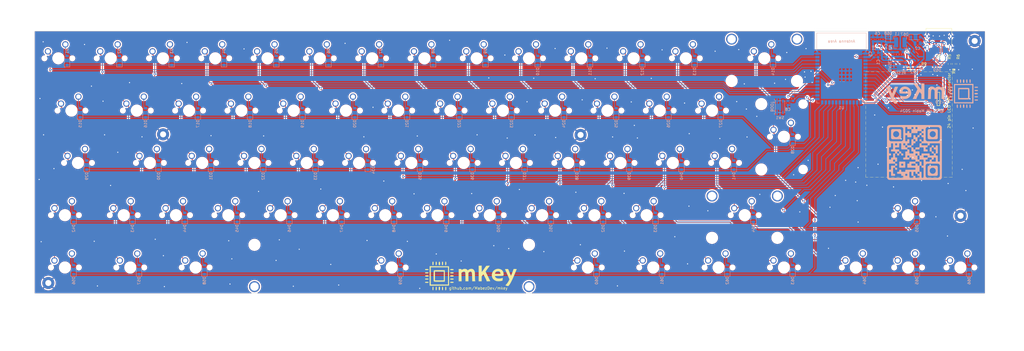
<source format=kicad_pcb>
(kicad_pcb (version 20221018) (generator pcbnew)
  (layers (0 "F.Cu" signal) (31 "B.Cu" signal) (34 "B.Paste" user) (35 "F.Paste" user) (36 "B.SilkS" user "B.Silkscreen") (37 "F.SilkS" user "F.Silkscreen") (38 "B.Mask" user) (39 "F.Mask" user) (44 "Edge.Cuts" user))
  (net 0 "")
  (net 1 "+3V3")
  (net 2 "GND")
  (net 3 "CHIP_PU")
  (net 4 "VBUS")
  (net 5 "Net-(U2-FB)")
  (net 6 "BOOT")
  (net 7 "Net-(D2-A)")
  (net 8 "Net-(D3-A)")
  (net 9 "Net-(D4-A)")
  (net 10 "Net-(D5-A)")
  (net 11 "Net-(D6-A)")
  (net 12 "COL0")
  (net 13 "Net-(D7-A)")
  (net 14 "COL1")
  (net 15 "Net-(D8-A)")
  (net 16 "COL2")
  (net 17 "Net-(D9-A)")
  (net 18 "COL3")
  (net 19 "Net-(D10-A)")
  (net 20 "ROW0")
  (net 21 "Net-(D11-A)")
  (net 22 "COL4")
  (net 23 "Net-(D12-A)")
  (net 24 "COL5")
  (net 25 "Net-(D13-A)")
  (net 26 "COL6")
  (net 27 "Net-(D14-A)")
  (net 28 "COL7")
  (net 29 "Net-(D15-A)")
  (net 30 "COL8")
  (net 31 "Net-(D16-A)")
  (net 32 "COL9")
  (net 33 "Net-(D17-A)")
  (net 34 "COL10")
  (net 35 "Net-(D18-A)")
  (net 36 "COL11")
  (net 37 "Net-(D19-A)")
  (net 38 "COL12")
  (net 39 "Net-(D20-A)")
  (net 40 "COL13")
  (net 41 "Net-(D21-A)")
  (net 42 "ROW1")
  (net 43 "Net-(D22-A)")
  (net 44 "ROW2")
  (net 45 "Net-(D23-A)")
  (net 46 "ROW3")
  (net 47 "Net-(D24-A)")
  (net 48 "ROW4")
  (net 49 "Net-(D25-A)")
  (net 50 "Net-(D26-A)")
  (net 51 "Net-(D27-A)")
  (net 52 "Net-(D28-A)")
  (net 53 "Net-(D29-A)")
  (net 54 "Net-(D30-A)")
  (net 55 "Net-(D31-A)")
  (net 57 "Net-(D32-A)")
  (net 59 "Net-(D33-A)")
  (net 60 "Net-(D34-A)")
  (net 61 "Net-(D35-A)")
  (net 62 "Net-(D36-A)")
  (net 63 "Net-(D37-A)")
  (net 64 "Net-(D38-A)")
  (net 65 "Net-(D39-A)")
  (net 66 "Net-(D40-A)")
  (net 67 "Net-(D41-A)")
  (net 68 "Net-(D42-A)")
  (net 69 "Net-(D43-A)")
  (net 70 "Net-(D44-A)")
  (net 71 "Net-(D45-A)")
  (net 72 "Net-(D46-A)")
  (net 73 "Net-(D47-A)")
  (net 74 "Net-(D48-A)")
  (net 75 "Net-(D49-A)")
  (net 76 "Net-(D50-A)")
  (net 77 "Net-(D51-A)")
  (net 78 "Net-(D52-A)")
  (net 79 "Net-(D53-A)")
  (net 80 "Net-(D54-A)")
  (net 81 "Net-(D55-A)")
  (net 82 "Net-(D56-A)")
  (net 83 "Net-(D57-A)")
  (net 84 "Net-(D58-A)")
  (net 85 "Net-(D59-A)")
  (net 86 "Net-(D60-A)")
  (net 87 "Net-(D61-A)")
  (net 88 "Net-(D62-A)")
  (net 89 "Net-(D63-A)")
  (net 90 "Net-(D64-A)")
  (net 91 "Net-(D65-A)")
  (net 92 "Net-(D66-A)")
  (net 93 "Net-(D67-A)")
  (net 94 "USB_D-")
  (net 95 "USB_D+")
  (net 96 "Net-(J1-GND-PadA1)")
  (net 97 "Net-(J1-CC1)")
  (net 99 "Net-(J1-CC2)")
  (net 101 "/Buck_Coil")
  (net 102 "Net-(U2-EN)")
  (net 103 "Net-(D1-A)")
  (net 104 "Net-(J2-Pin_11)")
  (net 105 "LCD_RESET")
  (net 106 "TEAR EFFECT")
  (net 107 "LCD_CLK")
  (net 108 "LCD_SIO0")
  (net 109 "TP_INT")
  (net 110 "TP_SDA")
  (net 111 "LCD_SIO2")
  (net 112 "LCD_D{slash}C")
  (net 113 "LCD_SIO3")
  (net 114 "TP_SCL")
  (net 115 "TP_RST")
  (net 116 "LCD_SIO1")
  (footprint "PCM_marbastlib-mx:SW_MX_1u" (layer "F.Cu") (at 176.8475 54.57875)
    (fp_text reference "MX8" hide)
    (fp_text value "MX_SW_solder" hide)
  )
  (footprint "PCM_marbastlib-mx:SW_MX_1u" (layer "F.Cu") (at 219.71 111.72875)
    (fp_text reference "MX51" hide)
    (fp_text value "MX_SW_solder" hide)
  )
  (footprint "PCM_marbastlib-mx:SW_MX_1u" (layer "F.Cu") (at 267.335 92.67875)
    (fp_text reference "MX40" hide)
    (fp_text value "MX_SW_solder" hide)
  )
  (footprint "" (layer "F.Cu") (at 39.83 136.43)
    (fp_text reference "")
    (fp_text value "")
  )
  (footprint "PCM_marbastlib-mx:SW_MX_1u" (layer "F.Cu") (at 200.66 111.72875)
    (fp_text reference "MX50" hide)
    (fp_text value "MX_SW_solder" hide)
  )
  (footprint "PCM_marbastlib-mx:SW_MX_1u" (layer "F.Cu") (at 143.51 111.72875)
    (fp_text reference "MX47" hide)
    (fp_text value "MX_SW_solder" hide)
  )
  (footprint "PCM_marbastlib-mx:SW_MX_1u" (layer "F.Cu") (at 105.41 111.72875)
    (fp_text reference "MX45" hide)
    (fp_text value "MX_SW_solder" hide)
  )
  (footprint "PCM_marbastlib-mx:SW_MX_1u" (layer "F.Cu") (at 353.06 130.77875)
    (fp_text reference "MX65" hide)
    (fp_text value "MX_SW_solder" hide)
  )
  (footprint "PCM_marbastlib-mx:SW_MX_1u" (layer "F.Cu") (at 229.235 92.67875)
    (fp_text reference "MX38" hide)
    (fp_text value "MX_SW_solder" hide)
  )
  (footprint "PCM_marbastlib-mx:SW_MX_1u" (layer "F.Cu") (at 243.5225 73.62875)
    (fp_text reference "MX25" hide)
    (fp_text value "MX_SW_solder" hide)
  )
  (footprint "Resistor_SMD:R_0603_1608Metric" (layer "F.Cu") (at 371.32206 56.623326 -90)
    (fp_text reference "R6")
    (fp_text value "5k1R 1%")
  )
  (footprint "PCM_marbastlib-mx:SW_MX_1u" (layer "F.Cu") (at 164.94125 130.77875)
    (fp_text reference "MX59" hide)
    (fp_text value "MX_SW_solder" hide)
  )
  (footprint "PCM_marbastlib-mx:SW_MX_1u" (layer "F.Cu") (at 293.52875 111.72875)
    (fp_text reference "MX54" hide)
    (fp_text value "MX_SW_solder" hide)
  )
  (footprint "" (layer "F.Cu") (at 81.64 82.28)
    (fp_text reference "")
    (fp_text value "")
  )
  (footprint "PCM_marbastlib-mx:SW_MX_1u" (layer "F.Cu") (at 100.6475 54.57875)
    (fp_text reference "MX4" hide)
    (fp_text value "MX_SW_solder" hide)
  )
  (footprint "PCM_marbastlib-mx:SW_MX_1.75u" (layer "F.Cu") (at 50.64125 92.67875)
    (fp_text reference "MX29" hide)
    (fp_text value "MX_SW_solder" hide)
  )
  (footprint "PCM_marbastlib-mx:SW_MX_1u" (layer "F.Cu") (at 281.6225 73.62875)
    (fp_text reference "MX27" hide)
    (fp_text value "MX_SW_solder" hide)
  )
  (footprint "PCM_marbastlib-mx:SW_MX_1u" (layer "F.Cu") (at 67.31 111.72875)
    (fp_text reference "MX43" hide)
    (fp_text value "MX_SW_solder" hide)
  )
  (footprint "PCM_marbastlib-mx:SW_MX_1.25u" (layer "F.Cu") (at 284.00375 130.77875)
    (fp_text reference "MX62" hide)
    (fp_text value "MX_SW_solder" hide)
  )
  (footprint "PCM_marbastlib-mx:SW_MX_1u" (layer "F.Cu") (at 210.185 92.67875)
    (fp_text reference "MX37" hide)
    (fp_text value "MX_SW_solder" hide)
  )
  (footprint "PCM_marbastlib-mx:SW_MX_1.25u" (layer "F.Cu") (at 45.87875 130.77875)
    (fp_text reference "MX56" hide)
    (fp_text value "MX_SW_solder" hide)
  )
  (footprint "PCM_marbastlib-mx:SW_MX_1u" (layer "F.Cu") (at 372.11 130.77875)
    (fp_text reference "MX66" hide)
    (fp_text value "MX_SW_solder" hide)
  )
  (footprint "PCM_marbastlib-mx:SW_MX_1u" (layer "F.Cu") (at 133.985 92.67875)
    (fp_text reference "MX33" hide)
    (fp_text value "MX_SW_solder" hide)
  )
  (footprint "Resistor_SMD:R_0603_1608Metric" (layer "F.Cu") (at 368.146774 56.615524 -90)
    (fp_text reference "R5")
    (fp_text value "5k1R 1%")
  )
  (footprint "PCM_marbastlib-mx:SW_MX_1u" (layer "F.Cu") (at 62.5475 54.57875)
    (fp_text reference "MX2" hide)
    (fp_text value "MX_SW_solder" hide)
  )
  (footprint "PCM_marbastlib-mx:STAB_MX_P_6.25u" (layer "F.Cu") (at 164.94125 130.77875 180)
    (fp_text reference "S1" hide)
    (fp_text value "MX_stab")
  )
  (footprint "PCM_marbastlib-mx:STAB_MX_P_2.75u" (layer "F.Cu") (at 293.52875 111.72875)
    (fp_text reference "S4" hide)
    (fp_text value "MX_stab")
  )
  (footprint "24P_LCD_CONN:CONN-SMD_24P-P0.40_X0400FVS-24-LPSN-LINEAR" (layer "F.Cu") (at 364.072 69.314)
    (fp_text reference "J2")
    (fp_text value "24 pin LCD FPC connector")
  )
  (footprint "PCM_marbastlib-mx:SW_MX_1u" (layer "F.Cu") (at 253.0475 54.57875)
    (fp_text reference "MX12" hide)
    (fp_text value "MX_SW_solder" hide)
  )
  (footprint "PCM_marbastlib-mx:SW_MX_1.25u" (layer "F.Cu") (at 236.37875 130.77875)
    (fp_text reference "MX60" hide)
    (fp_text value "MX_SW_solder" hide)
  )
  (footprint "PCM_marbastlib-mx:SW_MX_1u" (layer "F.Cu") (at 153.035 92.67875)
    (fp_text reference "MX34" hide)
    (fp_text value "MX_SW_solder" hide)
  )
  (footprint "PCM_marbastlib-mx:SW_MX_1u" (layer "F.Cu") (at 286.385 92.67875)
    (fp_text reference "MX41" hide)
    (fp_text value "MX_SW_solder" hide)
  )
  (footprint "PCM_marbastlib-mx:SW_MX_1u" (layer "F.Cu") (at 114.935 92.67875)
    (fp_text reference "MX32" hide)
    (fp_text value "MX_SW_solder" hide)
  )
  (footprint "PCM_marbastlib-mx:SW_MX_1.25u" (layer "F.Cu") (at 307.81625 130.77875)
    (fp_text reference "MX63" hide)
    (fp_text value "MX_SW_solder" hide)
  )
  (footprint "PCM_marbastlib-mx:SW_MX_1u" (layer "F.Cu") (at 91.1225 73.62875)
    (fp_text reference "MX17" hide)
    (fp_text value "MX_SW_solder" hide)
  )
  (footprint "PCM_marbastlib-mx:SW_MX_1u" (layer "F.Cu") (at 248.285 92.67875)
    (fp_text reference "MX39" hide)
    (fp_text value "MX_SW_solder" hide)
  )
  (footprint "PCM_marbastlib-mx:SW_MX_1u" (layer "F.Cu") (at 262.5725 73.62875)
    (fp_text reference "MX26" hide)
    (fp_text value "MX_SW_solder" hide)
  )
  (footprint "PCM_marbastlib-mx:SW_MX_1u" (layer "F.Cu") (at 257.81 111.72875)
    (fp_text reference "MX53" hide)
    (fp_text value "MX_SW_solder" hide)
  )
  (footprint "PCM_marbastlib-mx:SW_MX_1u" (layer "F.Cu") (at 300.6725 54.57875)
    (fp_text reference "MX14" hide)
    (fp_text value "MX_SW_solder" hide)
  )
  (footprint "PCM_marbastlib-mx:SW_MX_1u" (layer "F.Cu") (at 72.0725 73.62875)
    (fp_text reference "MX16" hide)
    (fp_text value "MX_SW_solder" hide)
  )
  (footprint "PCM_marbastlib-mx:SW_MX_1u" (layer "F.Cu") (at 124.46 111.72875)
    (fp_text reference "MX46" hide)
    (fp_text value "MX_SW_solder" hide)
  )
  (footprint "PCM_marbastlib-mx:SW_MX_1u" (layer "F.Cu") (at 233.9975 54.57875)
    (fp_text reference "MX11" hide)
    (fp_text value "MX_SW_solder" hide)
  )
  (footprint "PCM_marbastlib-mx:SW_MX_1u" (layer "F.Cu") (at 191.135 92.67875)
    (fp_text reference "MX36" hide)
    (fp_text value "MX_SW_solder" hide)
  )
  (footprint "PCM_marbastlib-mx:SW_MX_1u" (layer "F.Cu") (at 224.4725 73.62875)
    (fp_text reference "MX24" hide)
    (fp_text value "MX_SW_solder" hide)
  )
  (footprint "PCM_marbastlib-mx:SW_MX_1u" (layer "F.Cu") (at 43.4975 54.57875)
    (fp_text reference "MX1" hide)
    (fp_text value "MX_SW_solder" hide)
  )
  (footprint "PCM_marbastlib-mx:SW_MX_1u" (layer "F.Cu") (at 172.085 92.67875)
    (fp_text reference "MX35" hide)
    (fp_text value "MX_SW_solder" hide)
  )
  (footprint "PCM_marbastlib-mx:SW_MX_1u" (layer "F.Cu") (at 138.7475 54.57875)
    (fp_text reference "MX6" hide)
    (fp_text value "MX_SW_solder" hide)
  )
  (footprint "PCM_marbastlib-mx:SW_MX_1u" (layer "F.Cu") (at 353.06 111.72875)
    (fp_text reference "MX55" hide)
    (fp_text value "MX_SW_solder" hide)
  )
  (footprint "PCM_marbastlib-mx:SW_MX_1.25u" (layer "F.Cu") (at 69.69125 130.77875)
    (fp_text reference "MX57" hide)
    (fp_text value "MX_SW_solder" hide)
  )
  (footprint "PCM_marbastlib-mx:SW_MX_1u" (layer "F.Cu") (at 272.0975 54.57875)
    (fp_text reference "MX13" hide)
    (fp_text value "MX_SW_solder" hide)
  )
  (footprint "PCM_marbastlib-mx:SW_MX_1.5u" (layer "F.Cu") (at 48.26 73.62875)
    (fp_text reference "MX15" hide)
    (fp_text value "MX_SW_solder" hide)
  )
  (footprint "Connector_USB:USB_C_Receptacle_HRO_TYPE-C-31-M-12" (layer "F.Cu") (at 364.275292 47.610209 180)
    (fp_text reference "J1")
    (fp_text value "USB_C_REP_2.0")
  )
  (footprint "PCM_marbastlib-mx:SW_MX_1u" (layer "F.Cu") (at 76.835 92.67875)
    (fp_text reference "MX30" hide)
    (fp_text value "MX_SW_solder" hide)
  )
  (footprint "Resistor_SMD:R_0603_1608Metric" (layer "F.Cu") (at 358.80625 58.237649 180)
    (fp_text reference "R9")
    (fp_text value "51.1R 1%")
  )
  (footprint "Resistor_SMD:R_0603_1608Metric" (layer "F.Cu") (at 369.738318 56.621261 -90)
    (fp_text reference "R8")
    (fp_text value "0R 1%")
  )
  (footprint "PCM_marbastlib-mx:SW_MX_1u" (layer "F.Cu") (at 119.6975 54.57875)
    (fp_text reference "MX5" hide)
    (fp_text value "MX_SW_solder" hide)
  )
  (footprint "PCM_marbastlib-mx:SW_MX_1.25u" (layer "F.Cu") (at 45.87875 111.72875)
    (fp_text reference "MX42" hide)
    (fp_text value "MX_SW_solder" hide)
  )
  (footprint "PCM_marbastlib-mx:SW_MX_1u" (layer "F.Cu") (at 238.76 111.72875)
    (fp_text reference "MX52" hide)
    (fp_text value "MX_SW_solder" hide)
  )
  (footprint "PCM_marbastlib-mx:STAB_MX_P_2u" (layer "F.Cu") (at 300.6725 54.57875)
    (fp_text reference "S2" hide)
    (fp_text value "MX_stab")
  )
  (footprint "PCM_marbastlib-mx:SW_MX_1u" (layer "F.Cu") (at 334.01 130.77875)
    (fp_text reference "MX64" hide)
    (fp_text value "MX_SW_solder" hide)
  )
  (footprint "PCM_marbastlib-mx:SW_MX_1.25u" (layer "F.Cu") (at 260.19125 130.77875)
    (fp_text reference "MX61" hide)
    (fp_text value "MX_SW_solder" hide)
  )
  (footprint "PCM_marbastlib-mx:STAB_MX_ISO-ROT" (layer "F.Cu") (at 307.81625 83.15375)
    (fp_text reference "S5" hide)
    (fp_text value "MX_stab")
  )
  (footprint "GRAPHICS:mkey" (layer "F.Cu") (at 193.813254 133.864983)
    (fp_text reference "G***" hide)
    (fp_text value "LOGO" hide)
  )
  (footprint "PCM_marbastlib-mx:SW_MX_1u" (layer "F.Cu") (at 181.61 111.72875)
    (fp_text reference "MX49" hide)
    (fp_text value "MX_SW_solder" hide)
  )
  (footprint "PCM_marbastlib-mx:SW_MX_1u" (layer "F.Cu") (at 162.56 111.72875)
    (fp_text reference "MX48" hide)
    (fp_text value "MX_SW_solder" hide)
  )
  (footprint "PCM_marbastlib-mx:SW_MX_1u" (layer "F.Cu") (at 157.7975 54.57875)
    (fp_text reference "MX7" hide)
    (fp_text value "MX_SW_solder" hide)
  )
  (footprint "PCM_marbastlib-mx:SW_MX_1u" (layer "F.Cu") (at 205.4225 73.62875)
    (fp_text reference "MX23" hide)
    (fp_text value "MX_SW_solder" hide)
  )
  (footprint "PCM_marbastlib-mx:SW_MX_1u" (layer "F.Cu") (at 129.2225 73.62875)
    (fp_text reference "MX19" hide)
    (fp_text value "MX_SW_solder" hide)
  )
  (footprint "PCM_marbastlib-mx:SW_MX_1.25u" (layer "F.Cu") (at 93.50375 130.77875)
    (fp_text reference "MX58" hide)
    (fp_text value "MX_SW_solder" hide)
  )
  (footprint "PCM_marbastlib-mx:SW_MX_1u" (layer "F.Cu") (at 195.8975 54.57875)
    (fp_text reference "MX9" hide)
    (fp_text value "MX_SW_solder" hide)
  )
  (footprint "PCM_marbastlib-mx:SW_MX_1u" (layer "F.Cu") (at 167.3225 73.62875)
    (fp_text reference "MX21" hide)
    (fp_text value "MX_SW_solder" hide)
  )
  (footprint "MountingHole:MountingHole_2.2mm_M2_Pad" (layer "F.Cu") (at 377.31 48.25)
    (fp_text reference "REF**" hide)
    (fp_text value "MountingHole_2.2mm_M2_Pad")
  )
  (footprint "PCM_marbastlib-mx:SW_MX_1u" (layer "F.Cu") (at 95.885 92.67875)
    (fp_text reference "MX31" hide)
    (fp_text value "MX_SW_solder" hide)
  )
  (footprint "" (layer "F.Cu") (at 372.16 111.95)
    (fp_text reference "")
    (fp_text value "")
  )
  (footprint "" (layer "F.Cu") (at 233.73 82.49)
    (fp_text reference "")
    (fp_text value "")
  )
  (footprint "PCM_marbastlib-mx:SW_MX_1u" (layer "F.Cu") (at 148.2725 73.62875)
    (fp_text reference "MX20" hide)
    (fp_text value "MX_SW_solder" hide)
  )
  (footprint "PCM_marbastlib-mx:SW_MX_1u" (layer "F.Cu") (at 214.9475 54.57875)
    (fp_text reference "MX10" hide)
    (fp_text value "MX_SW_solder" hide)
  )
  (footprint "PCM_marbastlib-mx:SW_MX_1u" (layer "F.Cu") (at 186.3725 73.62875)
    (fp_text reference "MX22" hide)
    (fp_text value "MX_SW_solder" hide)
  )
  (footprint "PCM_marbastlib-mx:SW_MX_1u" (layer "F.Cu") (at 86.36 111.72875)
    (fp_text reference "MX44" hide)
    (fp_text value "MX_SW_solder" hide)
  )
  (footprint "PCM_marbastlib-mx:SW_MX_1u" (layer "F.Cu") (at 110.1725 73.62875)
    (fp_text reference "MX18" hide)
    (fp_text value "MX_SW_solder" hide)
  )
  (footprint "PCM_marbastlib-mx:SW_MX_1u" (layer "F.Cu") (at 307.81625 83.15375)
    (fp_text reference "MX28" hide)
    (fp_text value "MX_SW_solder" hide)
  )
  (footprint "PCM_marbastlib-mx:SW_MX_1u" (layer "F.Cu") (at 81.5975 54.57875)
    (fp_text reference "MX3" hide)
    (fp_text value "MX_SW_solder" hide)
  )
  (footprint "Diode_SMD:D_SOD-123" (layer "B.Cu") (at 84.7725 55.3725 90)
    (fp_text reference "D3")
    (fp_text value "D_Small")
  )
  (footprint "Diode_SMD:D_SOD-123" (layer "B.Cu") (at 108.585 112.5225 90)
    (fp_text reference "D45")
    (fp_text value "D_Small")
  )
  (footprint "Diode_SMD:D_SOD-123" (layer "B.Cu") (at 53.81625 93.4725 90)
    (fp_text reference "D29")
    (fp_text value "D_Small")
  )
  (footprint "Diode_SMD:D_SOD-123" (layer "B.Cu") (at 213.36 93.4725 90)
    (fp_text reference "D37")
    (fp_text value "D_Small")
  )
  (footprint "Diode_SMD:D_SOD-123" (layer "B.Cu") (at 310.99125 131.5725 90)
    (fp_text reference "D63")
    (fp_text value "D_Small")
  )
  (footprint "Diode_SMD:D_SOD-123" (layer "B.Cu") (at 103.8225 55.3725 90)
    (fp_text reference "D4")
    (fp_text value "D_Small")
  )
  (footprint "Diode_SMD:D_SOD-123" (layer "B.Cu") (at 246.6975 74.4225 90)
    (fp_text reference "D25")
    (fp_text value "D_Small")
  )
  (footprint "Resistor_SMD:R_0603_1608Metric" (layer "B.Cu") (at 351.175196 53.169409 90)
    (fp_text reference "R4")
    (fp_text value "22k1R 1%")
  )
  (footprint "Diode_SMD:D_SOD-123" (layer "B.Cu") (at 218.1225 55.3725 90)
    (fp_text reference "D10")
    (fp_text value "D_Small")
  )
  (footprint "Resistor_SMD:R_0603_1608Metric" (layer "B.Cu") (at 349.25 53.15 -90)
    (fp_text reference "R3")
    (fp_text value "100kR 1%")
  )
  (footprint "Diode_SMD:D_SOD-123" (layer "B.Cu") (at 203.835 112.5225 90)
    (fp_text reference "D50")
    (fp_text value "D_Small")
  )
  (footprint "Diode_SMD:D_SOD-123" (layer "B.Cu") (at 355.765474 46.83125)
    (fp_text reference "D67")
    (fp_text value "B5819W")
  )
  (footprint "Package_TO_SOT_SMD:SOT-143" (layer "B.Cu") (at 363.5375 56.379655)
    (fp_text reference "D69")
    (fp_text value "SP0503BAHT")
  )
  (footprint "Button_Switch_SMD:SW_SPST_PTS810" (layer "B.Cu") (at 350.01367 57.301463 180)
    (fp_text reference "SW0")
    (fp_text value "SW_Push")
  )
  (footprint "Diode_SMD:D_SOD-123" (layer "B.Cu") (at 310.99125 83.9475 90)
    (fp_text reference "D28")
    (fp_text value "D_Small")
  )
  (footprint "Diode_SMD:D_SOD-123" (layer "B.Cu") (at 72.86625 131.5725 90)
    (fp_text reference "D57")
    (fp_text value "D_Small")
  )
  (footprint "Capacitor_SMD:C_0805_2012Metric" (layer "B.Cu") (at 345.037878 53.114895 -90)
    (fp_text reference "C4")
    (fp_text value "10uF 16V")
  )
  (footprint "Diode_SMD:D_SOD-123" (layer "B.Cu") (at 146.685 112.5225 90)
    (fp_text reference "D47")
    (fp_text value "D_Small")
  )
  (footprint "Diode_SMD:D_SOD-123" (layer "B.Cu") (at 227.6475 74.4225 90)
    (fp_text reference "D24")
    (fp_text value "D_Small")
  )
  (footprint "Diode_SMD:D_SOD-123" (layer "B.Cu") (at 118.11 93.4725 90)
    (fp_text reference "D32")
    (fp_text value "D_Small")
  )
  (footprint "Diode_SMD:D_SOD-123" (layer "B.Cu") (at 287.17875 131.5725 90)
    (fp_text reference "D62")
    (fp_text value "D_Small")
  )
  (footprint "Diode_SMD:D_SOD-123" (layer "B.Cu") (at 175.26 93.4725 90)
    (fp_text reference "D35")
    (fp_text value "D_Small")
  )
  (footprint "Diode_SMD:D_SOD-123" (layer "B.Cu") (at 222.885 112.5225 90)
    (fp_text reference "D51")
    (fp_text value "D_Small")
  )
  (footprint "Diode_SMD:D_SOD-123" (layer "B.Cu") (at 160.9725 55.3725 90)
    (fp_text reference "D7")
    (fp_text value "D_Small")
  )
  (footprint "Diode_SMD:D_SOD-123" (layer "B.Cu") (at 80.01 93.4725 90)
    (fp_text reference "D30")
    (fp_text value "D_Small")
  )
  (footprint "Diode_SMD:D_SOD-123" (layer "B.Cu") (at 356.235 112.5225 90)
    (fp_text reference "D55")
    (fp_text value "D_Small")
  )
  (footprint "Button_Switch_SMD:SW_SPST_PTS810" (layer "B.Cu") (at 306.3875 72.23125 90)
    (fp_text reference "SW1")
    (fp_text value "SW_Push")
  )
  (footprint "Diode_SMD:D_SOD-123" (layer "B.Cu") (at 99.06 93.4725 90)
    (fp_text reference "D31")
    (fp_text value "D_Small")
  )
  (footprint "Diode_SMD:D_SOD-123" (layer "B.Cu") (at 168.11625 131.5725 90)
    (fp_text reference "D59")
    (fp_text value "D_Small")
  )
  (footprint "Diode_SMD:D_SOD-123" (layer "B.Cu") (at 296.70375 112.5225 90)
    (fp_text reference "D54")
    (fp_text value "D_Small")
  )
  (footprint "Capacitor_SMD:C_0805_2012Metric" (layer "B.Cu") (at 356.525707 49.086104)
    (fp_text reference "C2")
    (fp_text value "10uF 16V")
  )
  (footprint "Capacitor_SMD:C_0603_1608Metric" (layer "B.Cu") (at 343.432587 47.6438 90)
    (fp_text reference "C7")
    (fp_text value "10nF 10V")
  )
  (footprint "Resistor_SMD:R_0603_1608Metric" (layer "B.Cu") (at 340.575543 53.395705 -90)
    (fp_text reference "R1")
    (fp_text value "10kR 1%")
  )
  (footprint "PCM_Espressif:ESP32-S3-WROOM-1" (layer "B.Cu") (at 328.77125 61.11875 180)
    (fp_text reference "U1")
    (fp_text value "ESP32-S3-WROOM-1")
  )
  (footprint "Diode_SMD:D_SOD-123" (layer "B.Cu") (at 199.0725 55.3725 90)
    (fp_text reference "D9")
    (fp_text value "D_Small")
  )
  (footprint "Diode_SMD:D_SOD-323" (layer "B.Cu") (at 345.768855 47.625 -90)
    (fp_text reference "D68")
    (fp_text value "PESD3V3L1BA,115")
  )
  (footprint "Diode_SMD:D_SOD-123" (layer "B.Cu") (at 94.2975 74.4225 90)
    (fp_text reference "D17")
    (fp_text value "D_Small")
  )
  (footprint "Diode_SMD:D_SOD-123" (layer "B.Cu") (at 65.7225 55.3725 90)
    (fp_text reference "D2")
    (fp_text value "D_Small")
  )
  (footprint "Diode_SMD:D_SOD-123" (layer "B.Cu") (at 151.4475 74.4225 90)
    (fp_text reference "D20")
    (fp_text value "D_Small")
  )
  (footprint "Diode_SMD:D_SOD-123" (layer "B.Cu") (at 189.5475 74.4225 90)
    (fp_text reference "D22")
    (fp_text value "D_Small")
  )
  (footprint "GRAPHICS:mkey" (layer "B.Cu") (at 361.776747 67.454983 180)
    (fp_text reference "G***" hide)
    (fp_text value "LOGO" hide)
  )
  (footprint "Diode_SMD:D_SOD-123" (layer "B.Cu") (at 241.935 112.5225 90)
    (fp_text reference "D52")
    (fp_text value "D_Small")
  )
  (footprint "Capacitor_SMD:C_0603_1608Metric" (layer "B.Cu") (at 341.845087 47.6813 90)
    (fp_text reference "C6")
    (fp_text value "100nF 10V")
  )
  (footprint "Diode_SMD:D_SOD-123" (layer "B.Cu") (at 275.2725 55.3725 90)
    (fp_text reference "D13")
    (fp_text value "D_Small")
  )
  (footprint "Diode_SMD:D_SOD-123" (layer "B.Cu") (at 49.05375 112.5225 90)
    (fp_text reference "D42")
    (fp_text value "D_Small")
  )
  (footprint "Diode_SMD:D_SOD-123" (layer "B.Cu") (at 51.435 74.4225 90)
    (fp_text reference "D15")
    (fp_text value "D_Small")
  )
  (footprint "Capacitor_SMD:C_0603_1608Metric" (layer "B.Cu") (at 309.245242 70.860352 90)
    (fp_text reference "C8")
    (fp_text value "1nF 10V")
  )
  (footprint "Capacitor_SMD:C_0603_1608Metric" (layer "B.Cu") (at 347.419128 53.096145 -90)
    (fp_text reference "C3")
    (fp_text value "22pF 50V")
  )
  (footprint "Resistor_SMD:R_0603_1608Metric" (layer "B.Cu") (at 311.151048 69.268656 -90)
    (fp_text reference "R7")
    (fp_text value "10kR 1%")
  )
  (footprint "Diode_SMD:D_SOD-123" (layer "B.Cu") (at 232.41 93.4725 90)
    (fp_text reference "D38")
    (fp_text value "D_Small")
  )
  (footprint "Diode_SMD:D_SOD-123" (layer "B.Cu") (at 180.0225 55.3725 90)
    (fp_text reference "D8")
    (fp_text value "D_Small")
  )
  (footprint "Diode_SMD:D_SOD-123" (layer "B.Cu") (at 356.235 131.5725 90)
    (fp_text reference "D65")
    (fp_text value "D_Small")
  )
  (footprint "Diode_SMD:D_SOD-123" (layer "B.Cu") (at 170.4975 74.4225 90)
    (fp_text reference "D21")
    (fp_text value "D_Small")
  )
  (footprint "Capacitor_SMD:C_0603_1608Metric" (layer "B.Cu") (at 340.257587 47.6438 90)
    (fp_text reference "C5")
    (fp_text value "1uF 16V")
  )
  (footprint "Diode_SMD:D_SOD-123" (layer "B.Cu") (at 132.3975 74.4225 90)
    (fp_text reference "D19")
    (fp_text value "D_Small")
  )
  (footprint "Diode_SMD:D_SOD-123" (layer "B.Cu") (at 265.7475 74.4225 90)
    (fp_text reference "D26")
    (fp_text value "D_Small")
  )
  (footprint "Diode_SMD:D_SOD-123" (layer "B.Cu") (at 96.67875 131.5725 90)
    (fp_text reference "D58")
    (fp_text value "D_Small")
  )
  (footprint "Diode_SMD:D_SOD-123" (layer "B.Cu") (at 289.56 93.4725 90)
    (fp_text reference "D41")
    (fp_text value "D_Small")
  )
  (footprint "Diode_SMD:D_SOD-123" (layer "B.Cu") (at 137.16 93.4725 90)
    (fp_text reference "D33")
    (fp_text value "D_Small")
  )
  (footprint "Diode_SMD:D_SOD-123" (layer "B.Cu") (at 141.9225 55.3725 90)
    (fp_text reference "D6")
    (fp_text value "D_Small")
  )
  (footprint "Diode_SMD:D_SOD-123" (layer "B.Cu") (at 46.6725 55.3725 90)
    (fp_text reference "D1")
    (fp_text value "D_Small")
  )
  (footprint "Diode_SMD:D_SOD-123" (layer "B.Cu") (at 337.185 131.5725 90)
    (fp_text reference "D64")
    (fp_text value "D_Small")
  )
  (footprint "Diode_SMD:D_SOD-123" (layer "B.Cu") (at 156.21 93.4725 90)
    (fp_text reference "D34")
    (fp_text value "D_Small")
  )
  (footprint "Diode_SMD:D_SOD-123" (layer "B.Cu") (at 70.485 112.5225 90)
    (fp_text reference "D43")
    (fp_text value "D_Small")
  )
  (footprint "Diode_SMD:D_SOD-123" (layer "B.Cu") (at 239.55375 131.5725 90)
    (fp_text reference "D60")
    (fp_text value "D_Small")
  )
  (footprint "Inductor_SMD:L_Bourns-SRN4018" (layer "B.Cu") (at 350.221829 48.754336 180)
    (fp_text reference "L1")
    (fp_text value "SPH4018H2R2MT (2.2uH 2.2A)")
  )
  (footprint "Diode_SMD:D_SOD-123" (layer "B.Cu") (at 184.785 112.5225 90)
    (fp_text reference "D49")
    (fp_text value "D_Small")
  )
  (footprint "Diode_SMD:D_SOD-123" (layer "B.Cu") (at 270.51 93.4725 90)
    (fp_text reference "D40")
    (fp_text value "D_Small")
  )
  (footprint "Diode_SMD:D_SOD-123" (layer "B.Cu") (at 194.31 93.4725 90)
    (fp_text reference "D36")
    (fp_text value "D_Small")
  )
  (footprint "Diode_SMD:D_SOD-123" (layer "B.Cu") (at 237.1725 55.3725 90)
    (fp_text reference "D11")
    (fp_text value "D_Small")
  )
  (footprint "Capacitor_SMD:C_0603_1608Metric" (layer "B.Cu") (at 342.163043 53.376955 90)
    (fp_text reference "C1")
    (fp_text value "1uF 16V")
  )
  (footprint "Diode_SMD:D_SOD-123" (layer "B.Cu") (at 260.985 112.5225 90)
    (fp_text reference "D53")
    (fp_text value "D_Small")
  )
  (footprint "Diode_SMD:D_SOD-123" (layer "B.Cu") (at 251.46 93.4725 90)
    (fp_text reference "D39")
    (fp_text value "D_Small")
  )
  (footprint "Diode_SMD:D_SOD-123" (layer "B.Cu") (at 49.05375 131.5725 90)
    (fp_text reference "D56")
    (fp_text value "D_Small")
  )
  (footprint "Diode_SMD:D_SOD-123" (layer "B.Cu") (at 284.7975 74.4225 90)
    (fp_text reference "D27")
    (fp_text value "D_Small")
  )
  (footprint "Diode_SMD:D_SOD-123" (layer "B.Cu") (at 375.285 131.5725 90)
    (fp_text reference "D66")
    (fp_text value "D_Small")
  )
  (footprint "Diode_SMD:D_SOD-123" (layer "B.Cu") (at 303.8475 55.3725 90)
    (fp_text reference "D14")
    (fp_text value "D_Small")
  )
  (footprint "Resistor_SMD:R_0603_1608Metric" (layer "B.Cu") (at 354.775 57.94375 180)
    (fp_text reference "R2")
    (fp_text value "10kR 1%")
  )
  (footprint "Diode_SMD:D_SOD-123" (layer "B.Cu") (at 208.5975 74.4225 90)
    (fp_text reference "D23")
    (fp_text value "D_Small")
  )
  (footprint "Diode_SMD:D_SOD-123" (layer "B.Cu") (at 165.735 112.5225 90)
    (fp_text reference "D48")
    (fp_text value "D_Small")
  )
  (footprint "Diode_SMD:D_SOD-123" (layer "B.Cu") (at 113.3475 74.4225 90)
    (fp_text reference "D18")
    (fp_text value "D_Small")
  )
  (footprint "Diode_SMD:D_SOD-123" (layer "B.Cu") (at 89.535 112.5225 90)
    (fp_text reference "D44")
    (fp_text value "D_Small")
  )
  (footprint "Diode_SMD:D_SOD-123" (layer "B.Cu") (at 127.635 112.5225 90)
    (fp_text reference "D46")
    (fp_text value "D_Small")
  )
  (footprint "Diode_SMD:D_SOD-123" (layer "B.Cu") (at 256.2225 55.3725 90)
    (fp_text reference "D12")
    (fp_text value "D_Small")
  )
  (footprint "Package_TO_SOT_SMD:SOT-23-5" (layer "B.Cu") (at 355.248026 53.732943 -45)
    (fp_text reference "U2")
    (fp_text value "SY8088")
  )
  (footprint "GRAPHICS:qr" (layer "B.Cu") (at 355.36 88.88 180)
    (fp_text reference "G***" hide)
    (fp_text value "LOGO" hide)
  )
  (footprint "Diode_SMD:D_SOD-123" (layer "B.Cu") (at 122.8725 55.3725 90)
    (fp_text reference "D5")
    (fp_text value "D_Small")
  )
  (footprint "Diode_SMD:D_SOD-123" (layer "B.Cu") (at 263.36625 131.5725 90)
    (fp_text reference "D61")
    (fp_text value "D_Small")
  )
  (footprint "Diode_SMD:D_SOD-123" (layer "B.Cu") (at 75.2475 74.4225 90)
    (fp_text reference "D16")
    (fp_text value "D_Small")
  )
  (gr_rect (start 34.89 44.74) (end 381.04 140.21) (stroke (width 0.1)) (fill none) (layer "Edge.Cuts"))
  (gr_text "v1.0\n\n© Scott Mabin 2024" (at 366.22 74.33) (layer "B.SilkS") (effects (font (size 1 1)) (justify left bottom mirror)))
  (gr_text "RESET" (at 352.41 60.52) (layer "B.SilkS") (effects (font (size 1 1)) (justify left bottom mirror)))
  (gr_text "BOOT" (at 302.86 74.22 -90) (layer "B.SilkS") (effects (font (size 1 1)) (justify left bottom mirror)))
  (gr_text "github.com/MabezDev/mkey" (at 185.71 138.92) (layer "F.SilkS") (effects (font (size 1 1)) (justify left bottom)))
  (segment (start 325.4375 53.975) (end 334.16875 53.975) (width 0.25) (layer "F.Cu") (net 1))
  (segment (start 362.63 68.40001) (end 362.08751 68.40001) (width 0.2) (layer "F.Cu") (net 1))
  (segment (start 341.888279 50.066886) (end 342.713031 50.066886) (width 0.5) (layer "F.Cu") (net 1))
  (segment (start 355.98 58.237649) (end 355.98 63.11) (width 0.3) (layer "F.Cu") (net 1))
  (segment (start 362.08751 68.40001) (end 361.95 68.2625) (width 0.2) (layer "F.Cu") (net 1))
  (segment (start 311.10042 66.675) (end 312.7375 66.675) (width 0.25) (layer "F.Cu") (net 1))
  (segment (start 355.98 58.237649) (end 357.98125 58.237649) (width 0.5) (layer "F.Cu") (net 1))
  (segment (start 343.337844 50.691699) (end 350.883794 58.237649) (width 0.5) (layer "F.Cu") (net 1))
  (segment (start 350.883794 58.237649) (end 355.98 58.237649) (width 0.5) (layer "F.Cu") (net 1))
  (segment (start 309.311 68.46442) (end 311.10042 66.675) (width 0.25) (layer "F.Cu") (net 1))
  (segment (start 362.89998 68.00001) (end 365.29997 68.00001) (width 0.2) (layer "F.Cu") (net 1))
  (segment (start 361.95 68.2625) (end 362.21249 68.00001) (width 0.2) (layer "F.Cu") (net 1))
  (segment (start 362.89998 68.40001) (end 362.63 68.40001) (width 0.2) (layer "F.Cu") (net 1))
  (segment (start 355.98 63.11) (end 361.03 68.16) (width 0.3) (layer "F.Cu") (net 1))
  (segment (start 342.713031 50.066886) (end 343.337844 50.691699) (width 0.5) (layer "F.Cu") (net 1))
  (segment (start 362.63 68.40001) (end 365.29997 68.40001) (width 0.2) (layer "F.Cu") (net 1))
  (segment (start 362.0525 68.16) (end 361.03 68.16) (width 0.2) (layer "F.Cu") (net 1))
  (segment (start 362.21249 68.00001) (end 362.89998 68.00001) (width 0.2) (layer "F.Cu") (net 1))
  (segment (start 362.21249 68.00001) (end 362.0525 68.16) (width 0.2) (layer "F.Cu") (net 1))
  (segment (start 312.7375 66.675) (end 325.4375 53.975) (width 0.25) (layer "F.Cu") (net 1))
  (via (at 309.311 68.46442) (size 0.8) (drill 0.4) (layers "F.Cu" "B.Cu") (net 1))
  (via (at 343.337844 50.691699) (size 0.8) (drill 0.4) (layers "F.Cu" "B.Cu") (net 1))
  (via (at 334.16875 53.975) (size 0.8) (drill 0.4) (layers "F.Cu" "B.Cu") (net 1))
  (via (at 341.888279 50.066886) (size 0.8) (drill 0.4) (layers "F.Cu" "B.Cu") (net 1))
  (segment (start 349.1875 52.3875) (end 349.25 52.325) (width 0.25) (layer "B.Cu") (net 1))
  (segment (start 341.888279 48.499492) (end 341.845087 48.4563) (width 0.5) (layer "B.Cu") (net 1))
  (segment (start 344.74375 48.675) (end 344.4875 48.41875) (width 0.75) (layer "B.Cu") (net 1))
  (segment (start 340.363078 48.524291) (end 340.257587 48.4188) (width 0.25) (layer "B.Cu") (net 1))
  (segment (start 341.845087 48.4563) (end 340.295087 48.4563) (width 0.75) (layer "B.Cu") (net 1))
  (segment (start 343.395087 48.4563) (end 343.432587 48.4188) (width 0.25) (layer "B.Cu") (net 1))
  (segment (start 347.422983 52.325) (end 347.419128 52.321145) (width 0.5) (layer "B.Cu") (net 1))
  (segment (start 341.882587 48.4188) (end 341.845087 48.4563) (width 0.75) (layer "B.Cu") (net 1))
  (segment (start 343.337844 48.513543) (end 343.432587 48.4188) (width 0.5) (layer "B.Cu") (net 1))
  (segment (start 340.295087 48.4563) (end 340.257587 48.4188) (width 0.75) (layer "B.Cu") (net 1))
  (segment (start 340.335545 52.570705) (end 340.575543 52.570705) (width 0.25) (layer "B.Cu") (net 1))
  (segment (start 345.037878 49.405977) (end 345.768855 48.675) (width 0.75) (layer "B.Cu") (net 1))
  (segment (start 309.331764 68.443656) (end 309.311 68.46442) (width 0.25) (layer "B.Cu") (net 1))
  (segment (start 340.257587 48.4188) (end 340.257587 52.252749) (width 0.75) (layer "B.Cu") (net 1))
  (segment (start 334.3225 54.12875) (end 337.52125 54.12875) (width 0.25) (layer "B.Cu") (net 1))
  (segment (start 341.807587 48.4188) (end 341.845087 48.4563) (width 0.25) (layer "B.Cu") (net 1))
  (segment (start 345.768855 48.675) (end 344.74375 48.675) (width 0.75) (layer "B.Cu") (net 1))
  (segment (start 340.575543 52.570705) (end 339.017498 54.12875) (width 0.75) (layer "B.Cu") (net 1))
  (segment (start 311.151048 68.443656) (end 309.331764 68.443656) (width 0.25) (layer "B.Cu") (net 1))
  (segment (start 343.637784 48.623997) (end 343.432587 48.4188) (width 0.25) (layer "B.Cu") (net 1))
  (segment (start 347.310147 52.212164) (end 347.419128 52.321145) (width 0.25) (layer "B.Cu") (net 1))
  (segment (start 349.25 52.325) (end 347.422983 52.325) (width 0.5) (layer "B.Cu") (net 1))
  (segment (start 340.257587 48.4188) (end 340.19792 48.478467) (width 0.25) (layer "B.Cu") (net 1))
  (segment (start 340.648404 52.497844) (end 340.575543 52.570705) (width 0.25) (layer "B.Cu") (net 1))
  (segment (start 345.037878 52.164895) (end 345.037878 49.405977) (width 0.75) (layer "B.Cu") (net 1))
  (segment (start 334.16875 53.975) (end 334.3225 54.12875) (width 0.25) (layer "B.Cu") (net 1))
  (segment (start 339.017498 54.12875) (end 337.52125 54.12875) (width 0.75) (layer "B.Cu") (net 1))
  (segment (start 343.432587 48.4188) (end 341.882587 48.4188) (width 0.75) (layer "B.Cu") (net 1))
  (segment (start 345.848191 48.754336) (end 345.768855 48.675) (width 0.75) (layer "B.Cu") (net 1))
  (segment (start 347.419128 52.321145) (end 345.194128 52.321145) (width 0.5) (layer "B.Cu") (net 1))
  (segment (start 344.4875 48.41875) (end 344.48745 48.4188) (width 0.75) (layer "B.Cu") (net 1))
  (segment (start 344.48745 48.4188) (end 343.432587 48.4188) (width 0.75) (layer "B.Cu") (net 1))
  (segment (start 340.257587 52.252749) (end 340.575543 52.570705) (width 0.75) (layer "B.Cu") (net 1))
  (segment (start 345.194128 52.321145) (end 345.037878 52.164895) (width 0.5) (layer "B.Cu") (net 1))
  (segment (start 341.888279 50.066886) (end 341.888279 48.499492) (width 0.5) (layer "B.Cu") (net 1))
  (segment (start 348.696829 48.754336) (end 345.848191 48.754336) (width 0.75) (layer "B.Cu") (net 1))
  (segment (start 343.337844 50.691699) (end 343.337844 48.513543) (width 0.5) (layer "B.Cu") (net 1))
  (segment (start 349.375 52.2) (end 349.25 52.325) (width 0.25) (layer "B.Cu") (net 1))
  (segment (start 362.89998 70.4) (end 363.761909 70.4) (width 0.2) (layer "F.Cu") (net 2))
  (segment (start 364.455413 70.4) (end 365.29997 70.4) (width 0.2) (layer "F.Cu") (net 2))
  (segment (start 362.89998 67.20001) (end 362.32001 67.20001) (width 0.2) (layer "F.Cu") (net 2))
  (segment (start 363.761909 70.4) (end 364.108661 70.053248) (width 0.2) (layer "F.Cu") (net 2))
  (segment (start 362.32001 67.20001) (end 360.72 65.6) (width 0.2) (layer "F.Cu") (net 2))
  (segment (start 364.108661 69.491309) (end 364.79996 68.80001) (width 0.2) (layer "F.Cu") (net 2))
  (segment (start 362.89998 67.60001) (end 362.10001 67.60001) (width 0.2) (layer "F.Cu") (net 2))
  (segment (start 364.8875 71.2) (end 365.29997 71.2) (width 0.2) (layer "F.Cu") (net 2))
  (segment (start 364.79996 68.80001) (end 365.29997 68.80001) (width 0.2) (layer "F.Cu") (net 2))
  (segment (start 364.108661 70.053248) (end 364.455413 70.4) (width 0.2) (layer "F.Cu") (net 2))
  (segment (start 364.108661 70.053248) (end 364.108661 69.491309) (width 0.2) (layer "F.Cu") (net 2))
  (segment (start 364.108661 70.421161) (end 364.8875 71.2) (width 0.2) (layer "F.Cu") (net 2))
  (segment (start 360.72 66.22) (end 360.72 65.6) (width 0.2) (layer "F.Cu") (net 2))
  (segment (start 371.475 57.601266) (end 371.32206 57.448326) (width 0.25) (layer "F.Cu") (net 2))
  (segment (start 368.146774 58.584274) (end 368.3 58.7375) (width 0.25) (layer "F.Cu") (net 2))
  (segment (start 371.475 58.7375) (end 371.475 57.601266) (width 0.25) (layer "F.Cu") (net 2))
  (segment (start 368.146774 57.440524) (end 368.146774 58.584274) (width 0.25) (layer "F.Cu") (net 2))
  (segment (start 369.738318 57.446261) (end 369.738318 58.588318) (width 0.25) (layer "F.Cu") (net 2))
  (segment (start 362.10001 67.60001) (end 360.72 66.22) (width 0.2) (layer "F.Cu") (net 2))
  (segment (start 369.738318 58.588318) (end 369.8875 58.7375) (width 0.25) (layer "F.Cu") (net 2))
  (segment (start 364.108661 70.053248) (end 364.108661 70.421161) (width 0.2) (layer "F.Cu") (net 2))
  (via (at 233.66 122.49) (size 0.8) (drill 0.4) (layers "F.Cu" "B.Cu") (net 2))
  (via (at 249.58 103.79) (size 0.8) (drill 0.4) (layers "F.Cu" "B.Cu") (net 2))
  (via (at 345.94 72.61) (size 0.8) (drill 0.4) (layers "F.Cu" "B.Cu") (net 2))
  (via (at 375.57 69.34) (size 0.8) (drill 0.4) (layers "F.Cu" "B.Cu") (net 2))
  (via (at 369.8875 58.7375) (size 0.8) (drill 0.4) (layers "F.Cu" "B.Cu") (net 2))
  (via (at 308.39 62.26) (size 0.8) (drill 0.4) (layers "F.Cu" "B.Cu") (net 2))
  (via (at 147.95 49.13) (size 0.8) (drill 0.4) (layers "F.Cu" "B.Cu") (net 2))
  (via (at 38.1 82.45) (size 0.8) (drill 0.4) (layers "F.Cu" "B.Cu") (net 2))
  (via (at 106.01 136.82) (size 0.8) (drill 0.4) (layers "F.Cu" "B.Cu") (net 2))
  (via (at 220.35 125) (size 0.8) (drill 0.4) (layers "F.Cu" "B.Cu") (net 2))
  (via (at 334.52 106.44) (size 0.8) (drill 0.4) (layers "F.Cu" "B.Cu") (net 2))
  (via (at 245.4 83.22) (size 0.8) (drill 0.4) (layers "F.Cu" "B.Cu") (net 2))
  (via (at 211.44 102.37) (size 0.8) (drill 0.4) (layers "F.Cu" "B.Cu") (net 2))
  (via (at 88.43 63.77) (size 0.8) (drill 0.4) (layers "F.Cu" "B.Cu") (net 2))
  (via (at 272.71 129.46) (size 0.8) (drill 0.4) (layers "F.Cu" "B.Cu") (net 2))
  (via (at 207.01 83.64) (size 0.8) (drill 0.4) (layers "F.Cu" "B.Cu") (net 2))
  (via (at 330.3 99.04) (size 0.8) (drill 0.4) (layers "F.Cu" "B.Cu") (net 2))
  (via (at 194.06 103.85) (size 0.8) (drill 0.4) (layers "F.Cu" "B.Cu") (net 2))
  (via (at 355.56 67.8) (size 0.8) (drill 0.4) (layers "F.Cu" "B.Cu") (net 2))
  (via (at 224.66 83.43) (size 0.8) (drill 0.4) (layers "F.Cu" "B.Cu") (net 2))
  (via (at 343.73 79.65) (size 0.8) (drill 0.4) (layers "F.Cu" "B.Cu") (net 2))
  (via (at 367.4 119.32) (size 0.8) (drill 0.4) (layers "F.Cu" "B.Cu") (net 2))
  (via (at 206.14 53.39) (size 0.8) (drill 0.4) (layers "F.Cu" "B.Cu") (net 2))
  (via (at 352.47 66.81) (size 0.8) (drill 0.4) (layers "F.Cu" "B.Cu") (net 2))
  (via (at 82.11 137.74) (size 0.8) (drill 0.4) (layers "F.Cu" "B.Cu") (net 2))
  (via (at 363.2 49.8) (size 0.8) (drill 0.4) (layers "F.Cu" "B.Cu") (net 2))
  (via (at 207.56 123.89) (size 0.8) (drill 0.4) (layers "F.Cu" "B.Cu") (net 2))
  (via (at 367.64 100.19) (size 0.8) (drill 0.4) (layers "F.Cu" "B.Cu") (net 2))
  (via (at 252.2 70.47) (size 0.8) (drill 0.4) (layers "F.Cu" "B.Cu") (net 2))
  (via (at 122.81 128.21) (size 0.8) (drill 0.4) (layers "F.Cu" "B.Cu") (net 2))
  (via (at 315.87 51.04) (size 0.8) (drill 0.4) (layers "F.Cu" "B.Cu") (net 2))
  (via (at 155.94 120.95) (size 0.8) (drill 0.4) (layers "F.Cu" "B.Cu") (net 2))
  (via (at 371.475 58.7375) (size 0.8) (drill 0.4) (layers "F.Cu" "B.Cu") (net 2))
  (via (at 217.13 82.52) (size 0.8) (drill 0.4) (layers "F.Cu" "B.Cu") (net 2))
  (via (at 190.24 128.42) (size 0.8) (drill 0.4) (layers "F.Cu" "B.Cu") (net 2))
  (via (at 365.02 84.32) (size 0.8) (drill 0.4) (layers "F.Cu" "B.Cu") (net 2))
  (via (at 345.22 87.09) (size 0.8) (drill 0.4) (layers "F.Cu" "B.Cu") (net 2))
  (via (at 280.1 110.12) (size 0.8) (drill 0.4) (layers "F.Cu" "B.Cu") (net 2))
  (via (at 73.96 83.18) (size 0.8) (drill 0.4) (layers "F.Cu" "B.Cu") (net 2))
  (via (at 249.72 124.82) (size 0.8) (drill 0.4) (layers "F.Cu" "B.Cu") (net 2))
  (via (at 36.5 98.72) (size 0.8) (drill 0.4) (layers "F.Cu" "B.Cu") (net 2))
  (via (at 90.36 48.79) (size 0.8) (drill 0.4) (layers "F.Cu" "B.Cu") (net 2))
  (via (at 366.2 46.2) (size 0.8) (drill 0.4) (layers "F.Cu" "B.Cu") (net 2))
  (via (at 247.16 137.49) (size 0.8) (drill 0.4) (layers "F.Cu" "B.Cu") (net 2))
  (via (at 41.88 94.76) (size 0.8) (drill 0.4) (layers "F.Cu" "B.Cu") (net 2))
  (via (at 62.51 100.9) (size 0.8) (drill 0.4) (layers "F.Cu" "B.Cu") (net 2))
  (via (at 374.1 102.76) (size 0.8) (drill 0.4) (layers "F.Cu" "B.Cu") (net 2))
  (via (at 311.35 97) (size 0.8) (drill 0.4) (layers "F.Cu" "B.Cu") (net 2))
  (via (at 342.1 93.16) (size 0.8) (drill 0.4) (layers "F.Cu" "B.Cu") (net 2))
  (via (at 234.33 69.7) (size 0.8) (drill 0.4) (layers "F.Cu" "B.Cu") (net 2))
  (via (at 297.93 75.73) (size 0.8) (drill 0.4) (layers "F.Cu" "B.Cu") (net 2))
  (via (at 315.31 59.53) (size 0.8) (drill 0.4) (layers "F.Cu" "B.Cu") (net 2))
  (via (at 346.528684 55.11114) (size 0.8) (drill 0.4) (layers "F.Cu" "B.Cu") (net 2))
  (via (at 142.72 129.67) (size 0.8) (drill 0.4) (layers "F.Cu" "B.Cu") (net 2))
  (via (at 364.108661 70.053248) (size 0.8) (drill 0.4) (layers "F.Cu" "B.Cu") (net 2))
  (via (at 357.72 60.58) (size 0.8) (drill 0.4) (layers "F.Cu" "B.Cu") (net 2))
  (via (at 347.75 101.42) (size 0.8) (drill 0.4) (layers "F.Cu" "B.Cu") (net 2))
  (via (at 65.13 88.81) (size 0.8) (drill 0.4) (layers "F.Cu" "B.Cu") (net 2))
  (via (at 57.72 137.51) (size 0.8) (drill 0.4) (layers "F.Cu" "B.Cu") (net 2))
  (via (at 376.46 58.54) (size 0.8) (drill 0.4) (layers "F.Cu" "B.Cu") (net 2))
  (via (at 69.41 63.43) (size 0.8) (drill 0.4) (layers "F.Cu" "B.Cu") (net 2))
  (via (at 129.09 137.62) (size 0.8) (drill 0.4) (layers "F.Cu" "B.Cu") (net 2))
  (via (at 214.23 70.41) (size 0.8) (drill 0.4) (layers "F.Cu" "B.Cu") (net 2))
  (via (at 315.52 61.42) (size 0.8) (drill 0.4) (layers "F.Cu" "B.Cu") (net 2))
  (via (at 282.76 52) (size 0.8) (drill 0.4) (layers "F.Cu" "B.Cu") (net 2))
  (via (at 53.02 49.55) (size 0.8) (drill 0.4) (layers "F.Cu" "B.Cu") (net 2))
  (via (at 360.77 79.7) (size 0.8) (drill 0.4) (layers "F.Cu" "B.Cu") (net 2))
  (via (at 271.62 70.89) (size 0.8) (drill 0.4) (layers "F.Cu" "B.Cu") (net 2))
  (via (at 200.29 61.73) (size 0.8) (drill 0.4) (layers "F.Cu" "B.Cu") (net 2))
  (via (at 338.02 100.84) (size 0.8) (drill 0.4) (layers "F.Cu" "B.Cu") (net 2))
  (via (at 334.83 94.41) (size 0.8) (drill 0.4) (layers "F.Cu" "B.Cu") (net 2))
  (via (at 350.11 66.37) (size 0.8) (drill 0.4) (layers "F.Cu" "B.Cu") (net 2))
  (via (at 273.32 82.03) (size 0.8) (drill 0.4) (layers "F.Cu" "B.Cu") (net 2))
  (via (at 350.54 83.94) (size 0.8) (drill 0.4) (layers "F.Cu" "B.Cu") (net 2))
  (via (at 318.11 63.35) (size 0.8) (drill 0.4) (layers "F.Cu" "B.Cu") (net 2))
  (via (at 352.79 68.11) (size 0.8) (drill 0.4) (layers "F.Cu" "B.Cu") (net 2))
  (via (at 361.08 93.48) (size 0.8) (drill 0.4) (layers "F.Cu" "B.Cu") (net 2))
  (via (at 37.96 48.56) (size 0.8) (drill 0.4) (layers "F.Cu" "B.Cu") (net 2))
  (via (at 360.72 65.6) (size 0.8) (drill 0.4) (layers "F.Cu" "B.Cu") (net 2))
  (via (at 363.7 60.85) (size 0.8) (drill 0.4) (layers "F.Cu" "B.Cu") (net 2))
  (via (at 308.85 52.47) (size 0.8) (drill 0.4) (layers "F.Cu" "B.Cu") (net 2))
  (via (at 293.39 63.89) (size 0.8) (drill 0.4) (layers "F.Cu" "B.Cu") (net 2))
  (via (at 362.2 46.4) (size 0.8) (drill 0.4) (layers "F.Cu" "B.Cu") (net 2))
  (via (at 123.99 120.7) (size 0.8) (drill 0.4) (layers "F.Cu" "B.Cu") (net 2))
  (via (at 354.6 66.11) (size 0.8) (drill 0.4) (layers "F.Cu" "B.Cu") (net 2))
  (via (at 224.46 51.01) (size 0.8) (drill 0.4) (layers "F.Cu" "B.Cu") (net 2))
  (via (at 290.61 70.35) (size 0.8) (drill 0.4) (layers "F.Cu" "B.Cu") (net 2))
  (via (at 173.07 103.95) (size 0.8) (drill 0.4) (layers "F.Cu" "B.Cu") (net 2))
  (via (at 158.12 72.42) (size 0.8) (drill 0.4) (layers "F.Cu" "B.Cu") (net 2))
  (via (at 36.79 69.22) (size 0.8) (drill 0.4) (layers "F.Cu" "B.Cu") (net 2))
  (via (at 202.12 122.84) (size 0.8) (drill 0.4) (layers "F.Cu" "B.Cu") (net 2))
  (via (at 181.17 125.86) (size 0.8) (drill 0.4) (layers "F.Cu" "B.Cu") (net 2))
  (via (at 273.21 108.44) (size 0.8) (drill 0.4) (layers "F.Cu" "B.Cu") (net 2))
  (via (at 346.86875 50.8) (size 0.8) (drill 0.4) (layers "F.Cu" "B.Cu") (net 2))
  (via (at 291.36 51.4) (size 0.8) (drill 0.4) (layers "F.Cu" "B.Cu") (net 2))
  (via (at 37.23 121.39) (size 0.8) (drill 0.4) (layers "F.Cu" "B.Cu") (net 2))
  (via (at 362.05 60.47) (size 0.8) (drill 0.4) (layers "F.Cu" "B.Cu") (net 2))
  (via (at 353.565097 51.09159) (size 0.8) (drill 0.4) (layers "F.Cu" "B.Cu") (net 2))
  (via (at 56.56 121.24) (size 0.8) (drill 0.4) (layers "F.Cu" "B.Cu") (net 2))
  (via (at 304.42 63.66) (size 0.8) (drill 0.4) (layers "F.Cu" "B.Cu") (net 2))
  (via (at 170.63 121.27) (size 0.8) (drill 0.4) (layers "F.Cu" "B.Cu") (net 2))
  (via (at 78.79 120.51) (size 0.8) (drill 0.4) (layers "F.Cu" "B.Cu") (net 2))
  (via (at 363.18 112.31) (size 0.8) (drill 0.4) (layers "F.Cu" "B.Cu") (net 2))
  (via (at 340.88 75.23) (size 0.8) (drill 0.4) (layers "F.Cu" "B.Cu") (net 2))
  (via (at 368.3 58.7375) (size 0.8) (drill 0.4) (layers "F.Cu" "B.Cu") (net 2))
  (via (at 317.68 59.3) (size 0.8) (drill 0.4) (layers "F.Cu" "B.Cu") (net 2))
  (via (at 253.32 79.02) (size 0.8) (drill 0.4) (layers "F.Cu" "B.Cu") (net 2))
  (via (at 344.871637 57.219546) (size 0.8) (drill 0.4) (layers "F.Cu" "B.Cu") (net 2))
  (via (at 60.33 82.45) (size 0.8) (drill 0.4) (layers "F.Cu" "B.Cu") (net 2))
  (via (at 259.49 61.89) (size 0.8) (drill 0.4) (layers "F.Cu" "B.Cu") (net 2))
  (via (at 99.1 82.76) (size 0.8) (drill 0.4) (layers "F.Cu" "B.Cu") (net 2))
  (via (at 175.13 138.39) (size 0.8) (drill 0.4) (layers "F.Cu" "B.Cu") (net 2))
  (via (at 363.5375 64.29375) (size 0.8) (drill 0.4) (layers "F.Cu" "B.Cu") (net 2))
  (via (at 106.68 127.63) (size 0.8) (drill 0.4) (layers "F.Cu" "B.Cu") (net 2))
  (via (at 243.35 50.88) (size 0.8) (drill 0.4) (layers "F.Cu" "B.Cu") (net 2))
  (via (at 354.81 90.65) (size 0.8) (drill 0.4) (layers "F.Cu" "B.Cu") (net 2))
  (via (at 196.04 82.45) (size 0.8) (drill 0.4) (layers "F.Cu" "B.Cu") (net 2))
  (via (at 334.85 114.24) (size 0.8) (drill 0.4) (layers "F.Cu" "B.Cu") (net 2))
  (via (at 116.42 103.08) (size 0.8) (drill 0.4) (layers "F.Cu" "B.Cu") (net 2))
  (via (at 324.05 123.8) (size 0.8) (drill 0.4) (layers "F.Cu" "B.Cu") (net 2))
  (via (at 105.55 121.04) (size 0.8) (drill 0.4) (layers "F.Cu" "B.Cu") (net 2))
  (via (at 376.75 79.98) (size 0.8) (drill 0.4) (layers "F.Cu" "B.Cu") (net 2))
  (via (at 299.02 104.15) (size 0.8) (drill 0.4) (layers "F.Cu" "B.Cu") (net 2))
  (via (at 357.96 99.13) (size 0.8) (drill 0.4) (layers "F.Cu" "B.Cu") (net 2))
  (via (at 139.08 102.21) (size 0.8) (drill 0.4) (layers "F.Cu" "B.Cu") (net 2))
  (via (at 316.65 91.76) (size 0.8) (drill 0.4) (layers "F.Cu" "B.Cu") (net 2))
  (via (at 294.14 73.07) (size 0.8) (drill 0.4) (layers "F.Cu" "B.Cu") (net 2))
  (via (at 313.59 110.53) (size 0.8) (drill 0.4) (layers "F.Cu" "B.Cu") (net 2))
  (via (at 324.59 108.84) (size 0.8) (drill 0.4) (layers "F.Cu" "B.Cu") (net 2))
  (via (at 333.95 99.67) (size 0.8) (drill 0.4) (layers "F.Cu" "B.Cu") (net 2))
  (via (at 216.67 61.85) (size 0.8) (drill 0.4) (layers "F.Cu" "B.Cu") (net 2))
  (via (at 326.52 104.57) (size 0.8) (drill 0.4) (layers "F.Cu" "B.Cu") (net 2))
  (via (at 174.25 82.88) (size 0.8) (drill 0.4) (layers "F.Cu" "B.Cu") (net 2))
  (via (at 294.38 83.24) (size 0.8) (drill 0.4) (layers "F.Cu" "B.Cu") (net 2))
  (via (at 118.27 82.85) (size 0.8) (drill 0.4) (layers "F.Cu" "B.Cu") (net 2))
  (via (at 372.76 95.03) (size 0.8) (drill 0.4) (layers "F.Cu" "B.Cu") (net 2))
  (via (at 154.78 83.17) (size 0.8) (drill 0.4) (layers "F.Cu" "B.Cu") (net 2))
  (via (at 131.24 124.15) (size 0.8) (drill 0.4) (layers "F.Cu" "B.Cu") (net 2))
  (via (at 145.61 137.18) (size 0.8) (drill 0.4) (layers "F.Cu" "B.Cu") (net 2))
  (via (at 254.43 83.61) (size 0.8) (drill 0.4) (layers "F.Cu" "B.Cu") (net 2))
  (via (at 239.06 62.01) (size 0.8) (drill 0.4) (layers "F.Cu" "B.Cu") (net 2))
  (via (at 358.638598 50.443324) (size 0.8) (drill 0.4) (layers "F.Cu" "B.Cu") (net 2))
  (via (at 59.76 70.21) (size 0.8) (drill 0.4) (layers "F.Cu" "B.Cu") (net 2))
  (via (at 81.75 126.48) (size 0.8) (drill 0.4) (layers "F.Cu" "B.Cu") (net 2))
  (via (at 268.06 119.57) (size 0.8) (drill 0.4) (layers "F.Cu" "B.Cu") (net 2))
  (via (at 284.47 83.81) (size 0.8) (drill 0.4) (layers "F.Cu" "B.Cu") (net 2))
  (via (at 55.54 64.72) (size 0.8) (drill 0.4) (layers "F.Cu" "B.Cu") (net 2))
  (via (at 232.01 103.38) (size 0.8) (drill 0.4) (layers "F.Cu" "B.Cu") (net 2))
  (via (at 111.13 51.15) (size 0.8) (drill 0.4) (layers "F.Cu" "B.Cu") (net 2))
  (via (at 364.5 46.5) (size 0.8) (drill 0.4) (layers "F.Cu" "B.Cu") (net 2))
  (via (at 186.02 48.01) (size 0.8) (drill 0.4) (layers "F.Cu" "B.Cu") (net 2))
  (via (at 263.44 51.49) (size 0.8) (drill 0.4) (layers "F.Cu" "B.Cu") (net 2))
  (via (at 162.04 99.3) (size 0.8) (drill 0.4) (layers "F.Cu" "B.Cu") (net 2))
  (segment (start 353.062937 51.59375) (end 353.565097 51.09159) (width 0.2) (layer "B.Cu") (net 2))
  (segment (start 351.63125 51.59375) (end 353.062937 51.59375) (width 0.2) (layer "B.Cu") (net 2))
  (segment (start 347.374025 51.305275) (end 350.136062 51.305275) (width 0.2) (layer "B.Cu") (net 2))
  (segment (start 350.136062 51.305275) (end 351.175196 52.344409) (width 0.2) (layer "B.Cu") (net 2))
  (segment (start 357.475707 49.086104) (end 357.475707 49.280433) (width 0.4) (layer "B.Cu") (net 2))
  (segment (start 357.475707 49.280433) (end 358.638598 50.443324) (width 0.4) (layer "B.Cu") (net 2))
  (segment (start 351.175196 52.049804) (end 351.63125 51.59375) (width 0.2) (layer "B.Cu") (net 2))
  (segment (start 351.175196 52.344409) (end 351.175196 52.049804) (width 0.2) (layer "B.Cu") (net 2))
  (segment (start 346.86875 50.8) (end 347.374025 51.305275) (width 0.2) (layer "B.Cu") (net 2))
  (segment (start 337.52125 55.39875) (end 339.397498 55.39875) (width 0.25) (layer "B.Cu") (net 3))
  (segment (start 342.163043 54.151955) (end 342.163043 54.76875) (width 0.25) (layer "B.Cu") (net 3))
  (segment (start 343.620756 56.226463) (end 347.93867 56.226463) (width 0.25) (layer "B.Cu") (net 3))
  (segment (start 342.163043 54.151955) (end 340.644293 54.151955) (width 0.25) (layer "B.Cu") (net 3))
  (segment (start 342.163043 54.76875) (end 343.620756 56.226463) (width 0.25) (layer "B.Cu") (net 3))
  (segment (start 340.644293 54.151955) (end 340.575543 54.220705) (width 0.25) (layer "B.Cu") (net 3))
  (segment (start 339.397498 55.39875) (end 340.575543 54.220705) (width 0.25) (layer "B.Cu") (net 3))
  (segment (start 352.08867 56.226463) (end 347.93867 56.226463) (width 0.25) (layer "B.Cu") (net 3))
  (segment (start 354.115474 47.625871) (end 355.575707 49.086104) (width 0.5) (layer "B.Cu") (net 4))
  (segment (start 354.115474 46.83125) (end 354.115474 47.625871) (width 0.5) (layer "B.Cu") (net 4))
  (segment (start 355.575707 49.086104) (end 355.575707 49.981957) (width 0.5) (layer "B.Cu") (net 4))
  (segment (start 355.575707 49.981957) (end 356.39375 50.8) (width 0.5) (layer "B.Cu") (net 4))
  (segment (start 358.775 53.975) (end 358.775 54.76875) (width 0.5) (layer "B.Cu") (net 4))
  (segment (start 358.775 53.975) (end 356.833585 53.975) (width 0.5) (layer "B.Cu") (net 4))
  (segment (start 358.775 52.177081) (end 358.775 53.975) (width 0.5) (layer "B.Cu") (net 4))
  (segment (start 356.833585 53.975) (end 356.724111 53.865526) (width 0.5) (layer "B.Cu") (net 4))
  (segment (start 356.626626 53.768041) (end 356.724111 53.865526) (width 0.5) (layer "B.Cu") (net 4))
  (segment (start 357.397919 50.8) (end 358.775 52.177081) (width 0.5) (layer "B.Cu") (net 4))
  (segment (start 356.39375 50.8) (end 357.397919 50.8) (width 0.5) (layer "B.Cu") (net 4))
  (segment (start 358.775 54.76875) (end 355.6 57.94375) (width 0.5) (layer "B.Cu") (net 4))
  (segment (start 349.2125 53.9375) (end 349.25 53.975) (width 0.25) (layer "B.Cu") (net 5))
  (segment (start 351.155787 53.975) (end 351.175196 53.994409) (width 0.25) (layer "B.Cu") (net 5))
  (segment (start 351.175196 53.994409) (end 349.269409 53.994409) (width 0.5) (layer "B.Cu") (net 5))
  (segment (start 355.380609 55.209028) (end 355.206397 55.034816) (width 0.5) (layer "B.Cu") (net 5))
  (segment (start 355.206397 55.034816) (end 352.215603 55.034816) (width 0.5) (layer "B.Cu") (net 5))
  (segment (start 349.269409 53.994409) (end 349.25 53.975) (width 0.5) (layer "B.Cu") (net 5))
  (segment (start 352.215603 55.034816) (end 351.175196 53.994409) (width 0.5) (layer "B.Cu") (net 5))
  (segment (start 349.25 53.975) (end 347.522983 53.975) (width 0.5) (layer "B.Cu") (net 5))
  (segment (start 318.29375 69.85) (end 317.332828 69.85) (width 0.25) (layer "F.Cu") (net 6))
  (segment (start 317.332828 69.85) (end 316.317835 68.835007) (width 0.25) (layer "F.Cu") (net 6))
  (via (at 316.317835 68.835007) (size 0.8) (drill 0.4) (layers "F.Cu" "B.Cu") (net 6))
  (via (at 318.29375 69.85) (size 0.8) (drill 0.4) (layers "F.Cu" "B.Cu") (net 6))
  (segment (start 307.4625 70.15625) (end 309.174344 70.15625) (width 0.25) (layer "B.Cu") (net 6))
  (segment (start 311.151048 70.093656) (end 311.151048 70.070854) (width 0.25) (layer "B.Cu") (net 6))
  (segment (start 315.72286 68.2625) (end 316.295367 68.835007) (width 0.25) (layer "B.Cu") (net 6))
  (segment (start 318.896243 69.36875) (end 320.02125 69.36875) (width 0.25) (layer "B.Cu") (net 6))
  (segment (start 311.13655 70.085352) (end 311.235083 69.986819) (width 0.25) (layer "B.Cu") (net 6))
  (segment (start 318.29375 69.85) (end 318.791959 69.351791) (width 0.25) (layer "B.Cu") (net 6))
  (segment (start 316.295367 68.835007) (end 316.317835 68.835007) (width 0.25) (layer "B.Cu") (net 6))
  (segment (start 316.317835 68.835007) (end 316.317835 68.857475) (width 0.25) (layer "B.Cu") (net 6))
  (segment (start 312.959402 68.2625) (end 315.72286 68.2625) (width 0.25) (layer "B.Cu") (net 6))
  (segment (start 311.151048 70.070854) (end 312.959402 68.2625) (width 0.25) (layer "B.Cu") (net 6))
  (segment (start 311.142744 70.085352) (end 311.151048 70.093656) (width 0.25) (layer "B.Cu") (net 6))
  (segment (start 316.317835 68.857475) (end 316.250429 68.790069) (width 0.25) (layer "B.Cu") (net 6))
  (segment (start 309.174344 70.15625) (end 309.245242 70.085352) (width 0.25) (layer "B.Cu") (net 6))
  (segment (start 307.4625 74.30625) (end 307.4625 70.15625) (width 0.25) (layer "B.Cu") (net 6))
  (segment (start 318.879284 69.351791) (end 318.896243 69.36875) (width 0.25) (layer "B.Cu") (net 6))
  (segment (start 318.791959 69.351791) (end 318.879284 69.351791) (width 0.25) (layer "B.Cu") (net 6))
  (segment (start 309.245242 70.085352) (end 311.142744 70.085352) (width 0.25) (layer "B.Cu") (net 6))
  (segment (start 65.0875 49.49875) (end 65.0875 53.0875) (width 0.25) (layer "B.Cu") (net 7))
  (segment (start 65.0875 53.0875) (end 65.7225 53.7225) (width 0.25) (layer "B.Cu") (net 7))
  (segment (start 84.1375 53.0875) (end 84.7725 53.7225) (width 0.25) (layer "B.Cu") (net 8))
  (segment (start 84.1375 49.49875) (end 84.1375 53.0875) (width 0.25) (layer "B.Cu") (net 8))
  (segment (start 103.1875 49.49875) (end 103.1875 53.0875) (width 0.25) (layer "B.Cu") (net 9))
  (segment (start 103.1875 53.0875) (end 103.8225 53.7225) (width 0.25) (layer "B.Cu") (net 9))
  (segment (start 122.2375 53.0875) (end 122.8725 53.7225) (width 0.25) (layer "B.Cu") (net 10))
  (segment (start 122.2375 49.49875) (end 122.2375 53.0875) (width 0.25) (layer "B.Cu") (net 10))
  (segment (start 141.2875 49.49875) (end 141.2875 53.0875) (width 0.25) (layer "B.Cu") (net 11))
  (segment (start 141.2875 53.0875) (end 141.9225 53.7225) (width 0.25) (layer "B.Cu") (net 11))
  (segment (start 44.45 71.08875) (end 44.45 72.23125) (width 0.25) (layer "F.Cu") (net 12))
  (segment (start 44.45 72.23125) (end 45.24375 73.025) (width 0.25) (layer "F.Cu") (net 12))
  (segment (start 46.83125 90.13875) (end 46.83125 91.28125) (width 0.25) (layer "F.Cu") (net 12))
  (segment (start 42.06875 109.18875) (end 42.06875 110.33125) (width 0.25) (layer "F.Cu") (net 12))
  (segment (start 40.48125 58.7375) (end 40.48125 67.12) (width 0.25) (layer "F.Cu") (net 12))
  (segment (start 42.8625 111.125) (end 42.8625 125.4125) (width 0.25) (layer "F.Cu") (net 12))
  (segment (start 45.24375 73.025) (end 45.24375 88.55125) (width 0.25) (layer "F.Cu") (net 12))
  (segment (start 45.24375 88.55125) (end 46.83125 90.13875) (width 0.25) (layer "F.Cu") (net 12))
  (segment (start 47.625 92.075) (end 47.625 103.6325) (width 0.25) (layer "F.Cu") (net 12))
  (segment (start 39.6875 52.03875) (end 40.48125 52.8325) (width 0.25) (layer "F.Cu") (net 12))
  (segment (start 40.48125 52.8325) (end 40.48125 58.7375) (width 0.25) (layer "F.Cu") (net 12))
  (segment (start 42.8625 125.4125) (end 42.06875 126.20625) (width 0.25) (layer "F.Cu") (net 12))
  (segment (start 42.06875 110.33125) (end 42.8625 111.125) (width 0.25) (layer "F.Cu") (net 12))
  (segment (start 47.625 103.6325) (end 42.06875 109.18875) (width 0.25) (layer "F.Cu") (net 12))
  (segment (start 40.48125 67.12) (end 44.45 71.08875) (width 0.25) (layer "F.Cu") (net 12))
  (segment (start 42.06875 126.20625) (end 42.06875 128.23875) (width 0.25) (layer "F.Cu") (net 12))
  (segment (start 46.83125 91.28125) (end 47.625 92.075) (width 0.25) (layer "F.Cu") (net 12))
  (via (at 40.48125 58.7375) (size 0.8) (drill 0.4) (layers "F.Cu" "B.Cu") (net 12))
  (segment (start 311.15 58.7375) (end 40.48125 58.7375) (width 0.25) (layer "B.Cu") (net 12))
  (segment (start 320.02125 55.39875) (end 314.48875 55.39875) (width 0.25) (layer "B.Cu") (net 12))
  (segment (start 314.48875 55.39875) (end 311.15 58.7375) (width 0.25) (layer "B.Cu") (net 12))
  (segment (start 160.3375 49.49875) (end 160.3375 53.0875) (width 0.25) (layer "B.Cu") (net 13))
  (segment (start 160.3375 53.0875) (end 160.9725 53.7225) (width 0.25) (layer "B.Cu") (net 13))
  (segment (start 59.53125 53.975) (end 59.53125 62.3575) (width 0.25) (layer "F.Cu") (net 14))
  (segment (start 63.5 110.33125) (end 64.29375 111.125) (width 0.25) (layer "F.Cu") (net 14))
  (segment (start 68.2625 71.08875) (end 69.05625 71.8825) (width 0.25) (layer "F.Cu") (net 14))
  (segment (start 58.7375 52.03875) (end 58.7375 53.18125) (width 0.25) (layer "F.Cu") (net 14))
  (segment (start 63.5 109.18875) (end 63.5 110.33125) (width 0.25) (layer "F.Cu") (net 14))
  (segment (start 59.53125 62.3575) (end 68.2625 71.08875) (width 0.25) (layer "F.Cu") (net 14))
  (segment (start 73.81875 92.075) (end 73.81875 98.87) (width 0.25) (layer "F.Cu") (net 14))
  (segment (start 69.05625 86.17) (end 73.025 90.13875) (width 0.25) (layer "F.Cu") (net 14))
  (segment (start 73.025 91.28125) (end 73.81875 92.075) (width 0.25) (layer "F.Cu") (net 14))
  (segment (start 58.7375 53.18125) (end 59.53125 53.975) (width 0.25) (layer "F.Cu") (net 14))
  (segment (start 64.29375 111.125) (end 64.29375 126.65125) (width 0.25) (layer "F.Cu") (net 14))
  (segment (start 64.29375 126.65125) (end 65.88125 128.23875) (width 0.25) (layer "F.Cu") (net 14))
  (segment (start 69.05625 71.8825) (end 69.05625 86.17) (width 0.25) (layer "F.Cu") (net 14))
  (segment (start 73.81875 98.87) (end 63.5 109.18875) (width 0.25) (layer "F.Cu") (net 14))
  (segment (start 73.025 90.13875) (end 73.025 91.28125) (width 0.25) (layer "F.Cu") (net 14))
  (via (at 59.53125 59.53125) (size 0.8) (drill 0.4) (layers "F.Cu" "B.Cu") (net 14))
  (segment (start 59.53125 59.53125) (end 311.521711 59.53125) (width 0.25) (layer "B.Cu") (net 14))
  (segment (start 314.384211 56.66875) (end 320.02125 56.66875) (width 0.25) (layer "B.Cu") (net 14))
  (segment (start 311.521711 59.53125) (end 314.384211 56.66875) (width 0.25) (layer "B.Cu") (net 14))
  (segment (start 179.3875 49.49875) (end 179.3875 53.0875) (width 0.25) (layer "B.Cu") (net 15))
  (segment (start 179.3875 53.0875) (end 180.0225 53.7225) (width 0.25) (layer "B.Cu") (net 15))
  (segment (start 77.7875 52.03875) (end 77.7875 53.18125) (width 0.25) (layer "F.Cu") (net 16))
  (segment (start 83.34375 121.88875) (end 89.69375 128.23875) (width 0.25) (layer "F.Cu") (net 16))
  (segment (start 78.58125 53.975) (end 78.58125 62.3575) (width 0.25) (layer "F.Cu") (net 16))
  (segment (start 88.10625 86.17) (end 92.075 90.13875) (width 0.25) (layer "F.Cu") (net 16))
  (segment (start 92.075 90.13875) (end 92.075 91.28125) (width 0.25) (layer "F.Cu") (net 16))
  (segment (start 92.075 91.28125) (end 92.86875 92.075) (width 0.25) (layer "F.Cu") (net 16))
  (segment (start 88.10625 73.025) (end 88.10625 86.17) (width 0.25) (layer "F.Cu") (net 16))
  (segment (start 82.55 110.33125) (end 83.34375 111.125) (width 0.25) (layer "F.Cu") (net 16))
  (segment (start 78.58125 62.3575) (end 87.3125 71.08875) (width 0.25) (layer "F.Cu") (net 16))
  (segment (start 87.3125 71.08875) (end 87.3125 72.23125) (width 0.25) (layer "F.Cu") (net 16))
  (segment (start 83.34375 111.125) (end 83.34375 121.88875) (width 0.25) (layer "F.Cu") (net 16))
  (segment (start 77.7875 53.18125) (end 78.58125 53.975) (width 0.25) (layer "F.Cu") (net 16))
  (segment (start 92.86875 92.075) (end 92.86875 98.87) (width 0.25) (layer "F.Cu") (net 16))
  (segment (start 92.86875 98.87) (end 82.55 109.18875) (width 0.25) (layer "F.Cu") (net 16))
  (segment (start 82.55 109.18875) (end 82.55 110.33125) (width 0.25) (layer "F.Cu") (net 16))
  (segment (start 87.3125 72.23125) (end 88.10625 73.025) (width 0.25) (layer "F.Cu") (net 16))
  (via (at 78.58125 60.325) (size 0.8) (drill 0.4) (layers "F.Cu" "B.Cu") (net 16))
  (segment (start 311.94375 60.325) (end 314.33 57.93875) (width 0.25) (layer "B.Cu") (net 16))
  (segment (start 314.33 57.93875) (end 320.02125 57.93875) (width 0.25) (layer "B.Cu") (net 16))
  (segment (start 78.58125 60.325) (end 311.94375 60.325) (width 0.25) (layer "B.Cu") (net 16))
  (segment (start 198.4375 49.49875) (end 198.4375 53.0875) (width 0.25) (layer "B.Cu") (net 17))
  (segment (start 198.4375 53.0875) (end 199.0725 53.7225) (width 0.25) (layer "B.Cu") (net 17))
  (segment (start 97.63125 52.8325) (end 97.63125 62.3575) (width 0.25) (layer "F.Cu") (net 18))
  (segment (start 96.8375 52.03875) (end 97.63125 52.8325) (width 0.25) (layer "F.Cu") (net 18))
  (segment (start 111.125 91.28125) (end 111.91875 92.075) (width 0.25) (layer "F.Cu") (net 18))
  (segment (start 107.15625 86.17) (end 111.125 90.13875) (width 0.25) (layer "F.Cu") (net 18))
  (segment (start 107.15625 73.025) (end 107.15625 86.17) (width 0.25) (layer "F.Cu") (net 18))
  (segment (start 106.3625 71.08875) (end 106.3625 72.23125) (width 0.25) (layer "F.Cu") (net 18))
  (segment (start 111.91875 92.075) (end 111.91875 98.87) (width 0.25) (layer "F.Cu") (net 18))
  (segment (start 111.125 90.13875) (end 111.125 91.28125) (width 0.25) (layer "F.Cu") (net 18))
  (segment (start 106.3625 72.23125) (end 107.15625 73.025) (width 0.25) (layer "F.Cu") (net 18))
  (segment (start 111.91875 98.87) (end 101.6 109.18875) (width 0.25) (layer "F.Cu") (net 18))
  (segment (start 97.63125 62.3575) (end 106.3625 71.08875) (width 0.25) (layer "F.Cu") (net 18))
  (via (at 99.014883 63.700572) (size 0.8) (drill 0.4) (layers "F.Cu" "B.Cu") (net 18))
  (segment (start 99.014883 63.708595) (end 99.028633 63.694845) (width 0.25) (layer "B.Cu") (net 18))
  (segment (start 315.12375 64.28875) (end 313.53125 65.88125) (width 0.25) (layer "B.Cu") (net 18))
  (segment (start 283.36875 63.5) (end 99.223478 63.5) (width 0.25) (layer "B.Cu") (net 18))
  (segment (start 320.02125 64.28875) (end 315.12375 64.28875) (width 0.25) (layer "B.Cu") (net 18))
  (segment (start 313.53125 65.88125) (end 288.13125 65.88125) (width 0.25) (layer "B.Cu") (net 18))
  (segment (start 99.014883 63.700572) (end 99.014883 63.708595) (width 0.25) (layer "B.Cu") (net 18))
  (segment (start 99.223478 63.5) (end 99.022906 63.700572) (width 0.25) (layer "B.Cu") (net 18))
  (segment (start 285.75 63.5) (end 283.36875 63.5) (width 0.25) (layer "B.Cu") (net 18))
  (segment (start 99.022906 63.700572) (end 99.014883 63.700572) (width 0.25) (layer "B.Cu") (net 18))
  (segment (start 288.13125 65.88125) (end 285.75 63.5) (width 0.25) (layer "B.Cu") (net 18))
  (segment (start 217.4875 53.0875) (end 218.1225 53.7225) (width 0.25) (layer "B.Cu") (net 19))
  (segment (start 217.4875 49.49875) (end 217.4875 53.0875) (width 0.25) (layer "B.Cu") (net 19))
  (segment (start 303.8475 57.0225) (end 311.2775 57.0225) (width 0.25) (layer "B.Cu") (net 20))
  (segment (start 320.02125 54.115) (end 319.88125 53.975) (width 0.25) (layer "B.Cu") (net 20))
  (segment (start 314.17125 54.12875) (end 320.02125 54.12875) (width 0.25) (layer "B.Cu") (net 20))
  (segment (start 303.87875 57.0225) (end 304.00625 57.15) (width 0.25) (layer "B.Cu") (net 20))
  (segment (start 311.2775 57.0225) (end 314.17125 54.12875) (width 0.25) (layer "B.Cu") (net 20))
  (segment (start 46.6725 57.0225) (end 303.87875 57.0225) (width 0.25) (layer "B.Cu") (net 20))
  (segment (start 320.02125 54.12875) (end 320.02125 54.115) (width 0.25) (layer "B.Cu") (net 20))
  (segment (start 236.5375 53.0875) (end 237.1725 53.7225) (width 0.25) (layer "B.Cu") (net 21))
  (segment (start 236.5375 49.49875) (end 236.5375 53.0875) (width 0.25) (layer "B.Cu") (net 21))
  (segment (start 116.68125 62.3575) (end 125.4125 71.08875) (width 0.25) (layer "F.Cu") (net 22))
  (segment (start 115.8875 53.975) (end 116.68125 54.76875) (width 0.25) (layer "F.Cu") (net 22))
  (segment (start 125.4125 71.08875) (end 126.20625 71.8825) (width 0.25) (layer "F.Cu") (net 22))
  (segment (start 130.96875 98.87) (end 120.65 109.18875) (width 0.25) (layer "F.Cu") (net 22))
  (segment (start 130.175 90.13875) (end 130.96875 90.9325) (width 0.25) (layer "F.Cu") (net 22))
  (segment (start 115.8875 52.03875) (end 115.8875 53.975) (width 0.25) (layer "F.Cu") (net 22))
  (segment (start 130.96875 90.9325) (end 130.96875 98.87) (width 0.25) (layer "F.Cu") (net 22))
  (segment (start 116.68125 54.76875) (end 116.68125 62.3575) (width 0.25) (layer "F.Cu") (net 22))
  (segment (start 126.20625 86.17) (end 130.175 90.13875) (width 0.25) (layer "F.Cu") (net 22))
  (segment (start 126.20625 71.8825) (end 126.20625 86.17) (width 0.25) (layer "F.Cu") (net 22))
  (via (at 119.006927 64.590338) (size 0.8) (drill 0.4) (layers "F.Cu" "B.Cu") (net 22))
  (segment (start 120.65 64.29375) (end 119.303516 64.29375) (width 0.25) (layer "B.Cu") (net 22))
  (segment (start 265.1125 64.29375) (end 120.65 64.29375) (width 0.25) (layer "B.Cu") (net 22))
  (segment (start 119.006928 64.590338) (end 119.006927 64.590338) (width 0.25) (layer "B.Cu") (net 22))
  (segment (start 320.02125 65.55875) (end 315.44125 65.55875) (width 0.25) (layer "B.Cu") (net 22))
  (segment (start 281.78125 64.29375) (end 265.1125 64.29375) (width 0.25) (layer "B.Cu") (net 22))
  (segment (start 285.75 64.29375) (end 281.78125 64.29375) (width 0.25) (layer "B.Cu") (net 22))
  (segment (start 315.44125 65.55875) (end 314.325 66.675) (width 0.25) (layer "B.Cu") (net 22))
  (segment (start 288.13125 66.675) (end 285.75 64.29375) (width 0.25) (layer "B.Cu") (net 22))
  (segment (start 119.303516 64.29375) (end 119.006928 64.590338) (width 0.25) (layer "B.Cu") (net 22))
  (segment (start 119.006927 64.590339) (end 119.03389 64.563376) (width 0.25) (layer "B.Cu") (net 22))
  (segment (start 314.325 66.675) (end 288.13125 66.675) (width 0.25) (layer "B.Cu") (net 22))
  (segment (start 119.006927 64.590338) (end 119.006927 64.590339) (width 0.25) (layer "B.Cu") (net 22))
  (segment (start 255.5875 49.49875) (end 255.5875 53.0875) (width 0.25) (layer "B.Cu") (net 23))
  (segment (start 255.5875 53.0875) (end 256.2225 53.7225) (width 0.25) (layer "B.Cu") (net 23))
  (segment (start 139.7 110.33125) (end 140.49375 111.125) (width 0.25) (layer "F.Cu") (net 24))
  (segment (start 138.939505 65.548111) (end 138.939505 65.565755) (width 0.25) (layer "F.Cu") (net 24))
  (segment (start 135.73125 62.3575) (end 138.921861 65.548111) (width 0.25) (layer "F.Cu") (net 24))
  (segment (start 144.4625 71.08875) (end 144.4625 72.23125) (width 0.25) (layer "F.Cu") (net 24))
  (segment (start 134.9375 53.18125) (end 135.73125 53.975) (width 0.25) (layer "F.Cu") (net 24))
  (segment (start 144.4625 72.23125) (end 145.25625 73.025) (width 0.25) (layer "F.Cu") (net 24))
  (segment (start 135.73125 53.975) (end 135.73125 62.3575) (width 0.25) (layer "F.Cu") (net 24))
  (segment (start 149.225 90.13875) (end 149.225 91.28125) (width 0.25) (layer "F.Cu") (net 24))
  (segment (start 150.01875 92.075) (end 150.01875 98.87) (width 0.25) (layer "F.Cu") (net 24))
  (segment (start 150.46375 128.23875) (end 161.13125 128.23875) (width 0.25) (layer "F.Cu") (net 24))
  (segment (start 139.7 109.18875) (end 139.7 110.33125) (width 0.25) (layer "F.Cu") (net 24))
  (segment (start 138.939505 65.565755) (end 144.4625 71.08875) (width 0.25) (layer "F.Cu") (net 24))
  (segment (start 145.25625 86.17) (end 149.225 90.13875) (width 0.25) (layer "F.Cu") (net 24))
  (segment (start 145.25625 73.025) (end 145.25625 86.17) (width 0.25) (layer "F.Cu") (net 24))
  (segment (start 149.225 91.28125) (end 150.01875 92.075) (width 0.25) (layer "F.Cu") (net 24))
  (segment (start 140.49375 111.125) (end 140.49375 118.26875) (width 0.25) (layer "F.Cu") (net 24))
  (segment (start 150.01875 98.87) (end 139.7 109.18875) (width 0.25) (layer "F.Cu") (net 24))
  (segment (start 140.49375 118.26875) (end 150.46375 128.23875) (width 0.25) (layer "F.Cu") (net 24))
  (segment (start 134.9375 52.03875) (end 134.9375 53.18125) (width 0.25) (layer "F.Cu") (net 24))
  (segment (start 138.921861 65.548111) (end 138.939505 65.548111) (width 0.25) (layer "F.Cu") (net 24))
  (via (at 138.939505 65.548111) (size 0.8) (drill 0.4) (layers "F.Cu" "B.Cu") (net 24))
  (segment (start 288.13125 67.46875) (end 285.75 65.0875) (width 0.25) (layer "B.Cu") (net 24))
  (segment (start 255.5875 65.0875) (end 139.7 65.0875) (width 0.25) (layer "B.Cu") (net 24))
  (segment (start 139.7 65.0875) (end 139.388881 65.0875) (width 0.25) (layer "B.Cu") (net 24))
  (segment (start 320.02125 66.82875) (end 315.75875 66.82875) (width 0.25) (layer "B.Cu") (net 24))
  (segment (start 315.11875 67.46875) (end 288.13125 67.46875) (width 0.25) (layer "B.Cu") (net 24))
  (segment (start 139.388881 65.0875) (end 138.973208 65.503173) (width 0.25) (layer "B.Cu") (net 24))
  (segment (start 315.75875 66.82875) (end 315.11875 67.46875) (width 0.25) (layer "B.Cu") (net 24))
  (segment (start 280.9875 65.0875) (end 255.5875 65.0875) (width 0.25) (layer "B.Cu") (net 24))
  (segment (start 285.75 65.0875) (end 280.9875 65.0875) (width 0.25) (layer "B.Cu") (net 24))
  (segment (start 274.6375 53.0875) (end 275.2725 53.7225) (width 0.25) (layer "B.Cu") (net 25))
  (segment (start 274.6375 49.49875) (end 274.6375 53.0875) (width 0.25) (layer "B.Cu") (net 25))
  (segment (start 163.5125 72.23125) (end 164.30625 73.025) (width 0.25) (layer "F.Cu") (net 26))
  (segment (start 169.06875 92.075) (end 169.06875 98.87) (width 0.25) (layer "F.Cu") (net 26))
  (segment (start 164.30625 86.17) (end 168.275 90.13875) (width 0.25) (layer "F.Cu") (net 26))
  (segment (start 169.06875 98.87) (end 158.75 109.18875) (width 0.25) (layer "F.Cu") (net 26))
  (segment (start 153.9875 53.18125) (end 154.78125 53.975) (width 0.25) (layer "F.Cu") (net 26))
  (segment (start 168.275 90.13875) (end 168.275 91.28125) (width 0.25) (layer "F.Cu") (net 26))
  (segment (start 168.275 91.28125) (end 169.06875 92.075) (width 0.25) (layer "F.Cu") (net 26))
  (segment (start 153.9875 52.03875) (end 153.9875 53.18125) (width 0.25) (layer "F.Cu") (net 26))
  (segment (start 164.30625 73.025) (end 164.30625 86.17) (width 0.25) (layer "F.Cu") (net 26))
  (segment (start 154.78125 53.975) (end 154.78125 62.3575) (width 0.25) (layer "F.Cu") (net 26))
  (segment (start 163.5125 71.08875) (end 163.5125 72.23125) (width 0.25) (layer "F.Cu") (net 26))
  (segment (start 154.78125 62.3575) (end 163.5125 71.08875) (width 0.25) (layer "F.Cu") (net 26))
  (via (at 169.06875 97.63125) (size 0.8) (drill 0.4) (layers "F.Cu" "B.Cu") (net 26))
  (segment (start 304.00625 97.63125) (end 169.06875 97.63125) (width 0.25) (layer "B.Cu") (net 26))
  (segment (start 323.05625 70.61875) (end 323.05625 71.4375) (width 0.25) (layer "B.Cu") (net 26))
  (segment (start 315.9125 88.10625) (end 306.3875 97.63125) (width 0.25) (layer "B.Cu") (net 26))
  (segment (start 306.3875 97.63125) (end 304.00625 97.63125) (width 0.25) (layer "B.Cu") (net 26))
  (segment (start 320.675 73.81875) (end 320.675 83.34375) (width 0.25) (layer "B.Cu") (net 26))
  (segment (start 320.675 83.34375) (end 315.9125 88.10625) (width 0.25) (layer "B.Cu") (net 26))
  (segment (start 323.05625 71.4375) (end 320.675 73.81875) (width 0.25) (layer "B.Cu") (net 26))
  (segment (start 303.2125 53.0875) (end 303.8475 53.7225) (width 0.25) (layer "B.Cu") (net 27))
  (segment (start 303.2125 49.49875) (end 303.2125 53.0875) (width 0.25) (layer "B.Cu") (net 27))
  (segment (start 173.83125 62.3575) (end 182.5625 71.08875) (width 0.25) (layer "F.Cu") (net 28))
  (segment (start 187.325 90.13875) (end 187.325 91.28125) (width 0.25) (layer "F.Cu") (net 28))
  (segment (start 173.83125 53.975) (end 173.83125 62.3575) (width 0.25) (layer "F.Cu") (net 28))
  (segment (start 188.11875 98.425) (end 188.11875 107.15625) (width 0.25) (layer "F.Cu") (net 28))
  (segment (start 188.11875 98.425) (end 188.11875 98.87) (width 0.25) (layer "F.Cu") (net 28))
  (segment (start 188.11875 98.87) (end 177.8 109.18875) (width 0.25) (layer "F.Cu") (net 28))
  (segment (start 190.5 122.2375) (end 196.50125 128.23875) (width 0.25) (layer "F.Cu") (net 28))
  (segment (start 188.11875 92.075) (end 188.11875 98.425) (width 0.25) (layer "F.Cu") (net 28))
  (segment (start 188.11875 107.15625) (end 190.5 109.5375) (width 0.25) (layer "F.Cu") (net 28))
  (segment (start 173.0375 53.18125) (end 173.83125 53.975) (width 0.25) (layer "F.Cu") (net 28))
  (segment (start 190.5 109.5375) (end 190.5 122.2375) (width 0.25) (layer "F.Cu") (net 28))
  (segment (start 183.35625 86.17) (end 187.325 90.13875) (width 0.25) (layer "F.Cu") (net 28))
  (segment (start 196.50125 128.23875) (end 232.56875 128.23875) (width 0.25) (layer "F.Cu") (net 28))
  (segment (start 183.35625 73.025) (end 183.35625 86.17) (width 0.25) (layer "F.Cu") (net 28))
  (segment (start 187.325 91.28125) (end 188.11875 92.075) (width 0.25) (layer "F.Cu") (net 28))
  (segment (start 182.5625 71.08875) (end 182.5625 72.23125) (width 0.25) (layer "F.Cu") (net 28))
  (segment (start 182.5625 72.23125) (end 183.35625 73.025) (width 0.25) (layer "F.Cu") (net 28))
  (segment (start 173.0375 52.03875) (end 173.0375 53.18125) (width 0.25) (layer "F.Cu") (net 28))
  (via (at 188.11875 98.425) (size 0.8) (drill 0.4) (layers "F.Cu" "B.Cu") (net 28))
  (segment (start 322.2625 83.34375) (end 307.18125 98.425) (width 0.25) (layer "B.Cu") (net 28))
  (segment (start 324.32625 71.755) (end 322.2625 73.81875) (width 0.25) (layer "B.Cu") (net 28))
  (segment (start 322.2625 73.81875) (end 322.2625 83.34375) (width 0.25) (layer "B.Cu") (net 28))
  (segment (start 307.18125 98.425) (end 188.11875 98.425) (width 0.25) (layer "B.Cu") (net 28))
  (segment (start 324.32625 70.61875) (end 324.32625 71.755) (width 0.25) (layer "B.Cu") (net 28))
  (segment (start 50.8 68.54875) (end 50.8 72.1375) (width 0.25) (layer "B.Cu") (net 29))
  (segment (start 50.8 72.1375) (end 51.435 72.7725) (width 0.25) (layer "B.Cu") (net 29))
  (segment (start 248.88875 128.23875) (end 256.38125 128.23875) (width 0.25) (layer "F.Cu") (net 30))
  (segment (start 202.40625 86.17) (end 206.375 90.13875) (width 0.25) (layer "F.Cu") (net 30))
  (segment (start 219.075 119.85625) (end 240.50625 119.85625) (width 0.25) (layer "F.Cu") (net 30))
  (segment (start 207.16875 98.425) (end 207.16875 107.95) (width 0.25) (layer "F.Cu") (net 30))
  (segment (start 192.88125 53.975) (end 192.88125 62.3575) (width 0.25) (layer "F.Cu") (net 30))
  (segment (start 207.16875 98.87) (end 196.85 109.18875) (width 0.25) (layer "F.Cu") (net 30))
  (segment (start 201.6125 72.23125) (end 202.40625 73.025) (width 0.25) (layer "F.Cu") (net 30))
  (segment (start 202.40625 73.025) (end 202.40625 86.17) (width 0.25) (layer "F.Cu") (net 30))
  (segment (start 207.16875 98.425) (end 207.16875 98.87) (width 0.25) (layer "F.Cu") (net 30))
  (segment (start 206.375 91.28125) (end 207.16875 92.075) (width 0.25) (layer "F.Cu") (net 30))
  (segment (start 192.0875 53.18125) (end 192.88125 53.975) (width 0.25) (layer "F.Cu") (net 30))
  (segment (start 192.88125 62.3575) (end 201.6125 71.08875) (width 0.25) (layer "F.Cu") (net 30))
  (segment (start 240.50625 119.85625) (end 248.88875 128.23875) (width 0.25) (layer "F.Cu") (net 30))
  (segment (start 207.16875 92.075) (end 207.16875 98.425) (width 0.25) (layer "F.Cu") (net 30))
  (segment (start 192.0875 52.03875) (end 192.0875 53.18125) (width 0.25) (layer "F.Cu") (net 30))
  (segment (start 201.6125 71.08875) (end 201.6125 72.23125) (width 0.25) (layer "F.Cu") (net 30))
  (segment (start 206.375 90.13875) (end 206.375 91.28125) (width 0.25) (layer "F.Cu") (net 30))
  (segment (start 207.16875 107.95) (end 219.075 119.85625) (width 0.25) (layer "F.Cu") (net 30))
  (via (at 207.21938 100.27239) (size 0.8) (drill 0.4) (layers "F.Cu" "B.Cu") (net 30))
  (segment (start 207.21938 100.28739) (end 207.213046 100.293724) (width 0.25) (layer "B.Cu") (net 30))
  (segment (start 208.28802 99.21875) (end 207.23438 100.27239) (width 0.25) (layer "B.Cu") (net 30))
  (segment (start 323.85 73.81875) (end 323.85 83.34375) (width 0.25) (layer "B.Cu") (net 30))
  (segment (start 323.85 83.34375) (end 318.29375 88.9) (width 0.25) (layer "B.Cu") (net 30))
  (segment (start 318.29375 88.9) (end 318.29375 95.25) (width 0.25) (layer "B.Cu") (net 30))
  (segment (start 207.21938 100.27239) (end 207.21938 100.28739) (width 0.25) (layer "B.Cu") (net 30))
  (segment (start 314.325 99.21875) (end 208.28802 99.21875) (width 0.25) (layer "B.Cu") (net 30))
  (segment (start 315.11875 98.425) (end 314.325 99.21875) (width 0.25) (layer "B.Cu") (net 30))
  (segment (start 325.59625 70.61875) (end 325.59625 72.0725) (width 0.25) (layer "B.Cu") (net 30))
  (segment (start 207.23438 100.27239) (end 207.21938 100.27239) (width 0.25) (layer "B.Cu") (net 30))
  (segment (start 318.29375 95.25) (end 315.11875 98.425) (width 0.25) (layer "B.Cu") (net 30))
  (segment (start 325.59625 72.0725) (end 323.85 73.81875) (width 0.25) (layer "B.Cu") (net 30))
  (segment (start 74.6125 68.54875) (end 74.6125 72.1375) (width 0.25) (layer "B.Cu") (net 31))
  (segment (start 74.6125 72.1375) (end 75.2475 72.7725) (width 0.25) (layer "B.Cu") (net 31))
  (segment (start 226.21875 107.15625) (end 229.39375 110.33125) (width 0.25) (layer "F.Cu") (net 32))
  (segment (start 211.93125 53.975) (end 211.93125 62.3575) (width 0.25) (layer "F.Cu") (net 32))
  (segment (start 221.45625 73.025) (end 221.45625 86.17) (width 0.25) (layer "F.Cu") (net 32))
  (segment (start 229.39375 110.33125) (end 229.39375 114.3) (width 0.25) (layer "F.Cu") (net 32))
  (segment (start 225.425 90.13875) (end 225.425 91.28125) (width 0.25) (layer "F.Cu") (net 32))
  (segment (start 244.475 116.68125) (end 250.03125 122.2375) (width 0.25) (layer "F.Cu") (net 32))
  (segment (start 221.45625 86.17) (end 225.425 90.13875) (width 0.25) (layer "F.Cu") (net 32))
  (segment (start 220.6625 72.23125) (end 221.45625 73.025) (width 0.25) (layer "F.Cu") (net 32))
  (segment (start 226.21875 92.075) (end 226.21875 98.425) (width 0.25) (layer "F.Cu") (net 32))
  (segment (start 211.1375 52.03875) (end 211.1375 53.18125) (width 0.25) (layer "F.Cu") (net 32))
  (segment (start 226.21875 98.425) (end 226.21875 98.87) (width 0.25) (layer "F.Cu") (net 32))
  (segment (start 250.03125 122.2375) (end 274.1925 122.2375) (width 0.25) (layer "F.Cu") (net 32))
  (segment (start 211.1375 53.18125) (end 211.93125 53.975) (width 0.25) (layer "F.Cu") (net 32))
  (segment (start 226.21875 98.87) (end 215.9 109.18875) (width 0.25) (layer "F.Cu") (net 32))
  (segment (start 226.21875 98.425) (end 226.21875 107.15625) (width 0.25) (layer "F.Cu") (net 32))
  (segment (start 225.425 91.28125) (end 226.21875 92.075) (width 0.25) (layer "F.Cu") (net 32))
  (segment (start 220.6625 71.08875) (end 220.6625 72.23125) (width 0.25) (layer "F.Cu") (net 32))
  (segment (start 274.1925 122.2375) (end 280.19375 128.23875) (width 0.25) (layer "F.Cu") (net 32))
  (segment (start 211.93125 62.3575) (end 220.6625 71.08875) (width 0.25) (layer "F.Cu") (net 32))
  (segment (start 229.39375 114.3) (end 231.775 116.68125) (width 0.25) (layer "F.Cu") (net 32))
  (segment (start 231.775 116.68125) (end 244.475 116.68125) (width 0.25) (layer "F.Cu") (net 32))
  (via (at 226.21875 100.0125) (size 0.8) (drill 0.4) (layers "F.Cu" "B.Cu") (net 32))
  (segment (start 315.11875 100.0125) (end 226.21875 100.0125) (width 0.25) (layer "B.Cu") (net 32))
  (segment (start 325.4375 84.1375) (end 319.88125 89.69375) (width 0.25) (layer "B.Cu") (net 32))
  (segment (start 326.86625 72.39) (end 325.4375 73.81875) (width 0.25) (layer "B.Cu") (net 32))
  (segment (start 325.4375 73.81875) (end 325.4375 84.1375) (width 0.25) (layer "B.Cu") (net 32))
  (segment (start 319.88125 89.69375) (end 319.88125 95.25) (width 0.25) (layer "B.Cu") (net 32))
  (segment (start 319.88125 95.25) (end 315.11875 100.0125) (width 0.25) (layer "B.Cu") (net 32))
  (segment (start 326.86625 70.61875) (end 326.86625 72.39) (width 0.25) (layer "B.Cu") (net 32))
  (segment (start 93.6625 72.1375) (end 94.2975 72.7725) (width 0.25) (layer "B.Cu") (net 33))
  (segment (start 93.6625 68.54875) (end 93.6625 72.1375) (width 0.25) (layer "B.Cu") (net 33))
  (segment (start 230.98125 62.3575) (end 239.7125 71.08875) (width 0.25) (layer "F.Cu") (net 34))
  (segment (start 230.98125 53.975) (end 230.98125 62.3575) (width 0.25) (layer "F.Cu") (net 34))
  (segment (start 296.51375 128.23875) (end 304.00625 128.23875) (width 0.25) (layer "F.Cu") (net 34))
  (segment (start 245.26875 92.075) (end 245.26875 98.425) (width 0.25) (layer "F.Cu") (net 34))
  (segment (start 230.1875 52.03875) (end 230.1875 53.18125) (width 0.25) (layer "F.Cu") (net 34))
  (segment (start 248.44375 111.91875) (end 248.44375 113.50625) (width 0.25) (layer "F.Cu") (net 34))
  (segment (start 244.475 91.28125) (end 245.26875 92.075) (width 0.25) (layer "F.Cu") (net 34))
  (segment (start 284.1625 115.8875) (end 296.51375 128.23875) (width 0.25) (layer "F.Cu") (net 34))
  (segment (start 244.475 90.13875) (end 244.475 91.28125) (width 0.25) (layer "F.Cu") (net 34))
  (segment (start 245.26875 98.425) (end 245.26875 108.74375) (width 0.25) (layer "F.Cu") (net 34))
  (segment (start 240.50625 86.17) (end 244.475 90.13875) (width 0.25) (layer "F.Cu") (net 34))
  (segment (start 250.825 115.8875) (end 284.1625 115.8875) (width 0.25) (layer "F.Cu") (net 34))
  (segment (start 230.1875 53.18125) (end 230.98125 53.975) (width 0.25) (layer "F.Cu") (net 34))
  (segment (start 239.7125 72.23125) (end 240.50625 73.025) (width 0.25) (layer "F.Cu") (net 34))
  (segment (start 245.26875 98.87) (end 234.95 109.18875) (width 0.25) (layer "F.Cu") (net 34))
  (segment (start 245.26875 98.425) (end 245.26875 98.87) (width 0.25) (layer "F.Cu") (net 34))
  (segment (start 240.50625 73.025) (end 240.50625 86.17) (width 0.25) (layer "F.Cu") (net 34))
  (segment (start 245.26875 108.74375) (end 248.44375 111.91875) (width 0.25) (layer "F.Cu") (net 34))
  (segment (start 239.7125 71.08875) (end 239.7125 72.23125) (width 0.25) (layer "F.Cu") (net 34))
  (segment (start 248.44375 113.50625) (end 250.825 115.8875) (width 0.25) (layer "F.Cu") (net 34))
  (via (at 245.26875 100.80625) (size 0.8) (drill 0.4) (layers "F.Cu" "B.Cu") (net 34))
  (segment (start 328.13625 72.7075) (end 327.025 73.81875) (width 0.25) (layer "B.Cu") (net 34))
  (segment (start 315.9125 100.80625) (end 295.275 100.80625) (width 0.25) (layer "B.Cu") (net 34))
  (segment (start 327.025 73.81875) (end 327.025 84.93125) (width 0.25) (layer "B.Cu") (net 34))
  (segment (start 295.275 100.80625) (end 245.26875 100.80625) (width 0.25) (layer "B.Cu") (net 34))
  (segment (start 327.025 84.93125) (end 321.46875 90.4875) (width 0.25) (layer "B.Cu") (net 34))
  (segment (start 320.675 96.04375) (end 315.9125 100.80625) (width 0.25) (layer "B.Cu") (net 34))
  (segment (start 321.46875 95.25) (end 320.675 96.04375) (width 0.25) (layer "B.Cu") (net 34))
  (segment (start 328.13625 70.61875) (end 328.13625 72.7075) (width 0.25) (layer "B.Cu") (net 34))
  (segment (start 321.46875 90.4875) (end 321.46875 95.25) (width 0.25) (layer "B.Cu") (net 34))
  (segment (start 112.7125 68.54875) (end 112.7125 72.1375) (width 0.25) (layer "B.Cu") (net 35))
  (segment (start 112.7125 72.1375) (end 113.3475 72.7725) (width 0.25) (layer "B.Cu") (net 35))
  (segment (start 250.03125 62.3575) (end 258.7625 71.08875) (width 0.25) (layer "F.Cu") (net 36))
  (segment (start 264.31875 109.5375) (end 269.08125 114.3) (width 0.25) (layer "F.Cu") (net 36))
  (segment (start 289.71875 115.8875) (end 309.5625 115.8875) (width 0.25) (layer "F.Cu") (net 36))
  (segment (start 264.31875 98.425) (end 264.31875 109.5375) (width 0.25) (layer "F.Cu") (net 36))
  (segment (start 263.525 90.13875) (end 264.31875 90.9325) (width 0.25) (layer "F.Cu") (net 36))
  (segment (start 321.91375 128.23875) (end 330.2 128.23875) (width 0.25) (layer "F.Cu") (net 36))
  (segment (start 264.31875 98.87) (end 254 109.18875) (width 0.25) (layer "F.Cu") (net 36))
  (segment (start 259.55625 86.17) (end 263.525 90.13875) (width 0.25) (layer "F.Cu") (net 36))
  (segment (start 259.55625 73.025) (end 259.55625 86.17) (width 0.25) (layer "F.Cu") (net 36))
  (segment (start 250.03125 52.8325) (end 250.03125 62.3575) (width 0.25) (layer "F.Cu") (net 36))
  (segment (start 269.08125 114.3) (end 288.13125 114.3) (width 0.25) (layer "F.Cu") (net 36))
  (segment (start 264.31875 90.9325) (end 264.31875 98.425) (width 0.25) (layer "F.Cu") (net 36))
  (segment (start 258.7625 72.23125) (end 259.55625 73.025) (width 0.25) (layer "F.Cu") (net 36))
  (segment (start 288.13125 114.3) (end 289.71875 115.8875) (width 0.25) (layer "F.Cu") (net 36))
  (segment (start 258.7625 71.08875) (end 258.7625 72.23125) (width 0.25) (layer "F.Cu") (net 36))
  (segment (start 264.31875 98.425) (end 264.31875 98.87) (width 0.25) (layer "F.Cu") (net 36))
  (segment (start 309.5625 115.8875) (end 321.91375 128.23875) (width 0.25) (layer "F.Cu") (net 36))
  (segment (start 249.2375 52.03875) (end 250.03125 52.8325) (width 0.25) (layer "F.Cu") (net 36))
  (via (at 264.31875 101.6) (size 0.8) (drill 0.4) (layers "F.Cu" "B.Cu") (net 36))
  (segment (start 328.6125 84.93125) (end 328.6125 85.725) (width 0.25) (layer "B.Cu") (net 36))
  (segment (start 313.53125 101.6) (end 296.06875 101.6) (width 0.25) (layer "B.Cu") (net 36))
  (segment (start 323.05625 95.25) (end 316.70625 101.6) (width 0.25) (layer "B.Cu") (net 36))
  (segment (start 323.05625 91.28125) (end 323.05625 95.25) (width 0.25) (layer "B.Cu") (net 36))
  (segment (start 296.06875 101.6) (end 280.9875 101.6) (width 0.25) (layer "B.Cu") (net 36))
  (segment (start 328.6125 85.725) (end 323.05625 91.28125) (width 0.25) (layer "B.Cu") (net 36))
  (segment (start 329.40625 73.025) (end 328.6125 73.81875) (width 0.25) (layer "B.Cu") (net 36))
  (segment (start 315.9125 101.6) (end 313.53125 101.6) (width 0.25) (layer "B.Cu") (net 36))
  (segment (start 280.9875 101.6) (end 264.31875 101.6) (width 0.25) (layer "B.Cu") (net 36))
  (segment (start 328.6125 73.81875) (end 328.6125 84.93125) (width 0.25) (layer "B.Cu") (net 36))
  (segment (start 329.40625 70.61875) (end 329.40625 73.025) (width 0.25) (layer "B.Cu") (net 36))
  (segment (start 316.70625 101.6) (end 315.9125 101.6) (width 0.25) (layer "B.Cu") (net 36))
  (segment (start 131.7625 72.1375) (end 132.3975 72.7725) (width 0.25) (layer "B.Cu") (net 37))
  (segment (start 131.7625 68.54875) (end 131.7625 72.1375) (width 0.25) (layer "B.Cu") (net 37))
  (segment (start 289.71875 109.18875) (end 290.86125 109.18875) (width 0.25) (layer "F.Cu") (net 38))
  (segment (start 282.575 91.28125) (end 283.36875 92.075) (width 0.25) (layer "F.Cu") (net 38))
  (segment (start 289.71875 107.15625) (end 289.71875 109.18875) (width 0.25) (layer "F.Cu") (net 38))
  (segment (start 291.30625 108.74375) (end 306.3875 108.74375) (width 0.25) (layer "F.Cu") (net 38))
  (segment (start 268.2875 53.18125) (end 269.08125 53.975) (width 0.25) (layer "F.Cu") (net 38))
  (segment (start 290.86125 109.18875) (end 291.30625 108.74375) (width 0.25) (layer "F.Cu") (net 38))
  (segment (start 318.29375 120.65) (end 341.66125 120.65) (width 0.25) (layer "F.Cu") (net 38))
  (segment (start 282.575 90.13875) (end 282.575 91.28125) (width 0.25) (layer "F.Cu") (net 38))
  (segment (start 277.8125 72.23125) (end 278.60625 73.025) (width 0.25) (layer "F.Cu") (net 38))
  (segment (start 277.8125 71.08875) (end 277.8125 72.23125) (width 0.25) (layer "F.Cu") (net 38))
  (segment (start 268.2875 52.03875) (end 268.2875 53.18125) (width 0.25) (layer "F.Cu") (net 38))
  (segment (start 269.08125 53.975) (end 269.08125 62.3575) (width 0.25) (layer "F.Cu") (net 38))
  (segment (start 283.36875 92.075) (end 283.36875 100.80625) (width 0.25) (layer "F.Cu") (net 38))
  (segment (start 306.3875 108.74375) (end 318.29375 120.65) (width 0.25) (layer "F.Cu") (net 38))
  (segment (start 269.08125 62.3575) (end 277.8125 71.08875) (width 0.25) (layer "F.Cu") (net 38))
  (segment (start 278.60625 73.025) (end 278.60625 86.17) (width 0.25) (layer "F.Cu") (net 38))
  (segment (start 283.36875 100.80625) (end 289.71875 107.15625) (width 0.25) (layer "F.Cu") (net 38))
  (segment (start 278.60625 86.17) (end 282.575 90.13875) (width 0.25) (layer "F.Cu") (net 38))
  (segment (start 341.66125 120.65) (end 349.25 128.23875) (width 0.25) (layer "F.Cu") (net 38))
  (via (at 307.589135 109.914002) (size 0.8) (drill 0.4) (layers "F.Cu" "B.Cu") (net 38))
  (segment (start 324.64375 92.075) (end 324.64375 95.25) (width 0.25) (layer "B.Cu") (net 38))
  (segment (start 324.64375 95.25) (end 317.475 102.41875) (width 0.25) (layer "B.Cu") (net 38))
  (segment (start 308.37165 109.1404) (end 307.607859 109.904191) (width 0.25) (layer "B.Cu") (net 38))
  (segment (start 330.67625 73.3425) (end 330.2 73.81875) (width 0.25) (layer "B.Cu") (net 38))
  (segment (start 315.093301 102.41875) (end 308.37165 109.1404) (width 0.25) (layer "B.Cu") (net 38))
  (segment (start 330.67625 70.61875) (end 330.67625 73.3425) (width 0.25) (layer "B.Cu") (net 38))
  (segment (start 317.475 102.41875) (end 315.093301 102.41875) (width 0.25) (layer "B.Cu") (net 38))
  (segment (start 330.2 73.81875) (end 330.2 86.51875) (width 0.25) (layer "B.Cu") (net 38))
  (segment (start 307.589135 109.914002) (end 307.607859 109.923364) (width 0.25) (layer "B.Cu") (net 38))
  (segment (start 330.2 86.51875) (end 324.64375 92.075) (width 0.25) (layer "B.Cu") (net 38))
  (segment (start 307.607859 109.904191) (end 307.589135 109.914002) (width 0.25) (layer "B.Cu") (net 38))
  (segment (start 150.8125 72.1375) (end 151.4475 72.7725) (width 0.25) (layer "B.Cu") (net 39))
  (segment (start 150.8125 68.54875) (end 150.8125 72.1375) (width 0.25) (layer "B.Cu") (net 39))
  (segment (start 304.00625 69.85) (end 304.00625 80.61375) (width 0.25) (layer "F.Cu") (net 40))
  (segment (start 350.04375 113.50625) (end 364.77625 128.23875) (width 0.25) (layer "F.Cu") (net 40))
  (segment (start 314.87931 106.60308) (end 314.88308 106.60308) (width 0.25) (layer "F.Cu") (net 40))
  (segment (start 314.88308 106.60308) (end 320.04 111.76) (width 0.25) (layer "F.Cu") (net 40))
  (segment (start 304.00625 81.75625) (end 304.8 82.55) (width 0.25) (layer "F.Cu") (net 40))
  (segment (start 346.74125 109.18875) (end 349.25 109.18875) (width 0.25) (layer "F.Cu") (net 40))
  (segment (start 304.00625 80.61375) (end 304.00625 81.75625) (width 0.25) (layer "F.Cu") (net 40))
  (segment (start 349.25 109.18875) (end 349.25 110.33125) (width 0.25) (layer "F.Cu") (net 40))
  (segment (start 349.25 110.33125) (end 350.04375 111.125) (width 0.25) (layer "F.Cu") (net 40))
  (segment (start 296.8625 52.03875) (end 296.8625 53.18125) (width 0.25) (layer "F.Cu") (net 40))
  (segment (start 296.8625 53.18125) (end 297.65625 53.975) (width 0.25) (layer "F.Cu") (net 40))
  (segment (start 297.65625 53.975) (end 297.65625 63.5) (width 0.25) (layer "F.Cu") (net 40))
  (segment (start 297.65625 63.5) (end 304.00625 69.85) (width 0.25) (layer "F.Cu") (net 40))
  (segment (start 364.77625 128.23875) (end 368.3 128.23875) (width 0.25) (layer "F.Cu") (net 40))
  (segment (start 304.8 82.55) (end 304.8 96.52) (width 0.25) (layer "F.Cu") (net 40))
  (segment (start 344.17 111.76) (end 346.74125 109.18875) (width 0.25) (layer "F.Cu") (net 40))
  (segment (start 320.04 111.76) (end 344.17 111.76) (width 0.25) (layer "F.Cu") (net 40))
  (segment (start 314.87931 106.59931) (end 314.87931 106.60308) (width 0.25) (layer "F.Cu") (net 40))
  (segment (start 350.04375 111.125) (end 350.04375 113.50625) (width 0.25) (layer "F.Cu") (net 40))
  (segment (start 304.8 96.52) (end 314.87931 106.59931) (width 0.25) (layer "F.Cu") (net 40))
  (via (at 314.87931 106.60308) (size 0.8) (drill 0.4) (layers "F.Cu" "B.Cu") (net 40))
  (segment (start 314.901778 106.579472) (end 314.901778 106.591846) (width 0.25) (layer "B.Cu") (net 40))
  (segment (start 318.29375 103.1875) (end 315.9125 105.56875) (width 0.25) (layer "B.Cu") (net 40))
  (segment (start 326.23125 95.25) (end 321.46875 100.0125) (width 0.25) (layer "B.Cu") (net 40))
  (segment (start 326.23125 92.86875) (end 326.23125 95.25) (width 0.25) (layer "B.Cu") (net 40))
  (segment (start 321.46875 100.0125) (end 318.29375 103.1875) (width 0.25) (layer "B.Cu") (net 40))
  (segment (start 331.7875 87.3125) (end 326.23125 92.86875) (width 0.25) (layer "B.Cu") (net 40))
  (segment (start 331.94625 87.15375) (end 331.7875 87.3125) (width 0.25) (layer "B.Cu") (net 40))
  (segment (start 331.94625 70.61875) (end 331.94625 87.15375) (width 0.25) (layer "B.Cu") (net 40))
  (segment (start 315.9125 105.56875) (end 314.901778 106.579472) (width 0.25) (layer "B.Cu") (net 40))
  (segment (start 169.8625 72.1375) (end 170.4975 72.7725) (width 0.25) (layer "B.Cu") (net 41))
  (segment (start 169.8625 68.54875) (end 169.8625 72.1375) (width 0.25) (layer "B.Cu") (net 41))
  (segment (start 318.299478 68.09875) (end 317.5 68.898228) (width 0.25) (layer "B.Cu") (net 42))
  (segment (start 304.00625 87.3125) (end 309.27625 87.3125) (width 0.25) (layer "B.Cu") (net 42))
  (segment (start 320.02125 68.09875) (end 318.299478 68.09875) (width 0.25) (layer "B.Cu") (net 42))
  (segment (start 292.76625 76.0725) (end 304.00625 87.3125) (width 0.25) (layer "B.Cu") (net 42))
  (segment (start 309.27625 87.3125) (end 310.99125 85.5975) (width 0.25) (layer "B.Cu") (net 42))
  (segment (start 284.7975 76.0725) (end 292.76625 76.0725) (width 0.25) (layer "B.Cu") (net 42))
  (segment (start 317.5 68.898228) (end 317.5 83.34375) (width 0.25) (layer "B.Cu") (net 42))
  (segment (start 51.435 76.0725) (end 284.7975 76.0725) (width 0.25) (layer "B.Cu") (net 42))
  (segment (start 315.24625 85.5975) (end 310.99125 85.5975) (width 0.25) (layer "B.Cu") (net 42))
  (segment (start 317.5 83.34375) (end 315.24625 85.5975) (width 0.25) (layer "B.Cu") (net 42))
  (segment (start 188.9125 68.54875) (end 188.9125 72.1375) (width 0.25) (layer "B.Cu") (net 43))
  (segment (start 188.9125 72.1375) (end 189.5475 72.7725) (width 0.25) (layer "B.Cu") (net 43))
  (segment (start 310.35625 87.3125) (end 309.5625 88.10625) (width 0.25) (layer "B.Cu") (net 44))
  (segment (start 319.0875 73.81875) (end 319.0875 83.34375) (width 0.25) (layer "B.Cu") (net 44))
  (segment (start 309.5625 88.10625) (end 301.625 88.10625) (width 0.25) (layer "B.Cu") (net 44))
  (segment (start 319.0875 83.34375) (end 315.11875 87.3125) (width 0.25) (layer "B.Cu") (net 44))
  (segment (start 53.81625 95.1225) (end 289.56 95.1225) (width 0.25) (layer "B.Cu") (net 44))
  (segment (start 294.60875 95.1225) (end 289.56 95.1225) (width 0.25) (layer "B.Cu") (net 44))
  (segment (start 301.625 88.10625) (end 294.60875 95.1225) (width 0.25) (layer "B.Cu") (net 44))
  (segment (start 321.78625 71.12) (end 319.0875 73.81875) (width 0.25) (layer "B.Cu") (net 44))
  (segment (start 321.78625 70.61875) (end 321.78625 71.12) (width 0.25) (layer "B.Cu") (net 44))
  (segment (start 315.11875 87.3125) (end 310.35625 87.3125) (width 0.25) (layer "B.Cu") (net 44))
  (segment (start 207.9625 68.54875) (end 207.9625 72.1375) (width 0.25) (layer "B.Cu") (net 45))
  (segment (start 207.9625 72.1375) (end 208.5975 72.7725) (width 0.25) (layer "B.Cu") (net 45))
  (segment (start 296.70375 114.1725) (end 296.70375 114.935) (width 0.25) (layer "B.Cu") (net 46))
  (segment (start 333.21625 70.61875) (end 333.21625 72.0725) (width 0.25) (layer "B.Cu") (net 46))
  (segment (start 327.81875 95.25) (end 317.5 105.56875) (width 0.25) (layer "B.Cu") (net 46))
  (segment (start 333.21625 72.0725) (end 333.375 72.23125) (width 0.25) (layer "B.Cu") (net 46))
  (segment (start 317.5 114.3) (end 315.11875 116.68125) (width 0.25) (layer "B.Cu") (net 46))
  (segment (start 49.05375 114.1725) (end 296.70375 114.1725) (width 0.25) (layer "B.Cu") (net 46))
  (segment (start 296.70375 114.935) (end 298.45 116.68125) (width 0.25) (layer "B.Cu") (net 46))
  (segment (start 353.72625 116.68125) (end 356.235 114.1725) (width 0.25) (layer "B.Cu") (net 46))
  (segment (start 333.375 72.23125) (end 333.375 88.10625) (width 0.25) (layer "B.Cu") (net 46))
  (segment (start 298.45 116.68125) (end 315.11875 116.68125) (width 0.25) (layer "B.Cu") (net 46))
  (segment (start 317.5 116.68125) (end 353.72625 116.68125) (width 0.25) (layer "B.Cu") (net 46))
  (segment (start 327.81875 93.6625) (end 327.81875 95.25) (width 0.25) (layer "B.Cu") (net 46))
  (segment (start 317.5 105.56875) (end 317.5 114.3) (width 0.25) (layer "B.Cu") (net 46))
  (segment (start 315.11875 116.68125) (end 317.5 116.68125) (width 0.25) (layer "B.Cu") (net 46))
  (segment (start 333.375 88.10625) (end 327.81875 93.6625) (width 0.25) (layer "B.Cu") (net 46))
  (segment (start 227.0125 72.1375) (end 227.6475 72.7725) (width 0.25) (layer "B.Cu") (net 47))
  (segment (start 227.0125 68.54875) (end 227.0125 72.1375) (width 0.25) (layer "B.Cu") (net 47))
  (segment (start 319.0875 113.50625) (end 319.0875 119.0625) (width 0.25) (layer "F.Cu") (net 48))
  (via (at 319.0875 119.0625) (size 0.8) (drill 0.4) (layers "F.Cu" "B.Cu") (net 48))
  (via (at 319.0875 113.50625) (size 0.8) (drill 0.4) (layers "F.Cu" "B.Cu") (net 48))
  (segment (start 319.0875 130.96875) (end 319.0875 119.0625) (width 0.25) (layer "B.Cu") (net 48))
  (segment (start 334.9625 72.23125) (end 334.9625 88.9) (width 0.25) (layer "B.Cu") (net 48))
  (segment (start 316.70625 133.2225) (end 375.285 133.2225) (width 0.25) (layer "B.Cu") (net 48))
  (segment (start 329.40625 95.25) (end 319.0875 105.56875) (width 0.25) (layer "B.Cu") (net 48))
  (segment (start 49.05375 133.2225) (end 316.70625 133.2225) (width 0.25) (layer "B.Cu") (net 48))
  (segment (start 319.0875 130.96875) (end 316.83375 133.2225) (width 0.25) (layer "B.Cu") (net 48))
  (segment (start 334.48625 70.61875) (end 334.48625 71.755) (width 0.25) (layer "B.Cu") (net 48))
  (segment (start 334.9625 88.9) (end 329.40625 94.45625) (width 0.25) (layer "B.Cu") (net 48))
  (segment (start 334.48625 71.755) (end 334.9625 72.23125) (width 0.25) (layer "B.Cu") (net 48))
  (segment (start 316.83375 133.2225) (end 316.70625 133.2225) (width 0.25) (layer "B.Cu") (net 48))
  (segment (start 329.40625 94.45625) (end 329.40625 95.25) (width 0.25) (layer "B.Cu") (net 48))
  (segment (start 319.0875 105.56875) (end 319.0875 113.50625) (width 0.25) (layer "B.Cu") (net 48))
  (segment (start 246.0625 68.54875) (end 246.0625 72.1375) (width 0.25) (layer "B.Cu") (net 49))
  (segment (start 246.0625 72.1375) (end 246.6975 72.7725) (width 0.25) (layer "B.Cu") (net 49))
  (segment (start 265.1125 68.54875) (end 265.1125 72.1375) (width 0.25) (layer "B.Cu") (net 50))
  (segment (start 265.1125 72.1375) (end 265.7475 72.7725) (width 0.25) (layer "B.Cu") (net 50))
  (segment (start 284.1625 68.54875) (end 284.1625 72.1375) (width 0.25) (layer "B.Cu") (net 51))
  (segment (start 284.1625 72.1375) (end 284.7975 72.7725) (width 0.25) (layer "B.Cu") (net 51))
  (segment (start 310.35625 81.6625) (end 310.99125 82.2975) (width 0.25) (layer "B.Cu") (net 52))
  (segment (start 310.35625 78.07375) (end 310.35625 81.6625) (width 0.25) (layer "B.Cu") (net 52))
  (segment (start 53.18125 91.1875) (end 53.81625 91.8225) (width 0.25) (layer "B.Cu") (net 53))
  (segment (start 53.18125 87.59875) (end 53.18125 91.1875) (width 0.25) (layer "B.Cu") (net 53))
  (segment (start 79.375 87.59875) (end 79.375 91.1875) (width 0.25) (layer "B.Cu") (net 54))
  (segment (start 79.375 91.1875) (end 80.01 91.8225) (width 0.25) (layer "B.Cu") (net 54))
  (segment (start 98.425 87.59875) (end 98.425 91.1875) (width 0.25) (layer "B.Cu") (net 55))
  (segment (start 98.425 91.1875) (end 99.06 91.8225) (width 0.25) (layer "B.Cu") (net 55))
  (segment (start 117.475 87.59875) (end 117.475 91.1875) (width 0.25) (layer "B.Cu") (net 57))
  (segment (start 117.475 91.1875) (end 118.11 91.8225) (width 0.25) (layer "B.Cu") (net 57))
  (segment (start 136.525 87.59875) (end 136.525 91.1875) (width 0.25) (layer "B.Cu") (net 59))
  (segment (start 136.525 91.1875) (end 137.16 91.8225) (width 0.25) (layer "B.Cu") (net 59))
  (segment (start 155.575 91.1875) (end 156.21 91.8225) (width 0.25) (layer "B.Cu") (net 60))
  (segment (start 155.575 87.59875) (end 155.575 91.1875) (width 0.25) (layer "B.Cu") (net 60))
  (segment (start 174.625 91.1875) (end 175.26 91.8225) (width 0.25) (layer "B.Cu") (net 61))
  (segment (start 174.625 87.59875) (end 174.625 91.1875) (width 0.25) (layer "B.Cu") (net 61))
  (segment (start 193.675 91.1875) (end 194.31 91.8225) (width 0.25) (layer "B.Cu") (net 62))
  (segment (start 193.675 87.59875) (end 193.675 91.1875) (width 0.25) (layer "B.Cu") (net 62))
  (segment (start 212.725 87.59875) (end 212.725 91.1875) (width 0.25) (layer "B.Cu") (net 63))
  (segment (start 212.725 91.1875) (end 213.36 91.8225) (width 0.25) (layer "B.Cu") (net 63))
  (segment (start 231.775 91.1875) (end 232.41 91.8225) (width 0.25) (layer "B.Cu") (net 64))
  (segment (start 231.775 87.59875) (end 231.775 91.1875) (width 0.25) (layer "B.Cu") (net 64))
  (segment (start 250.825 87.59875) (end 250.825 91.1875) (width 0.25) (layer "B.Cu") (net 65))
  (segment (start 250.825 91.1875) (end 251.46 91.8225) (width 0.25) (layer "B.Cu") (net 65))
  (segment (start 269.875 91.1875) (end 270.51 91.8225) (width 0.25) (layer "B.Cu") (net 66))
  (segment (start 269.875 87.59875) (end 269.875 91.1875) (width 0.25) (layer "B.Cu") (net 66))
  (segment (start 288.925 91.1875) (end 289.56 91.8225) (width 0.25) (layer "B.Cu") (net 67))
  (segment (start 288.925 87.59875) (end 288.925 91.1875) (width 0.25) (layer "B.Cu") (net 67))
  (segment (start 48.41875 106.64875) (end 48.41875 110.2375) (width 0.25) (layer "B.Cu") (net 68))
  (segment (start 48.41875 110.2375) (end 49.05375 110.8725) (width 0.25) (layer "B.Cu") (net 68))
  (segment (start 69.85 110.2375) (end 70.485 110.8725) (width 0.25) (layer "B.Cu") (net 69))
  (segment (start 69.85 106.64875) (end 69.85 110.2375) (width 0.25) (layer "B.Cu") (net 69))
  (segment (start 88.9 110.2375) (end 89.535 110.8725) (width 0.25) (layer "B.Cu") (net 70))
  (segment (start 88.9 106.64875) (end 88.9 110.2375) (width 0.25) (layer "B.Cu") (net 70))
  (segment (start 107.95 110.2375) (end 108.585 110.8725) (width 0.25) (layer "B.Cu") (net 71))
  (segment (start 107.95 106.64875) (end 107.95 110.2375) (width 0.25) (layer "B.Cu") (net 71))
  (segment (start 127 106.64875) (end 127 110.2375) (width 0.25) (layer "B.Cu") (net 72))
  (segment (start 127 110.2375) (end 127.635 110.8725) (width 0.25) (layer "B.Cu") (net 72))
  (segment (start 146.05 110.2375) (end 146.685 110.8725) (width 0.25) (layer "B.Cu") (net 73))
  (segment (start 146.05 106.64875) (end 146.05 110.2375) (width 0.25) (layer "B.Cu") (net 73))
  (segment (start 165.1 110.2375) (end 165.735 110.8725) (width 0.25) (layer "B.Cu") (net 74))
  (segment (start 165.1 106.64875) (end 165.1 110.2375) (width 0.25) (layer "B.Cu") (net 74))
  (segment (start 184.15 106.64875) (end 184.15 110.2375) (width 0.25) (layer "B.Cu") (net 75))
  (segment (start 184.15 110.2375) (end 184.785 110.8725) (width 0.25) (layer "B.Cu") (net 75))
  (segment (start 203.2 110.2375) (end 203.835 110.8725) (width 0.25) (layer "B.Cu") (net 76))
  (segment (start 203.2 106.64875) (end 203.2 110.2375) (width 0.25) (layer "B.Cu") (net 76))
  (segment (start 222.25 106.64875) (end 222.25 110.2375) (width 0.25) (layer "B.Cu") (net 77))
  (segment (start 222.25 110.2375) (end 222.885 110.8725) (width 0.25) (layer "B.Cu") (net 77))
  (segment (start 241.3 106.64875) (end 241.3 110.2375) (width 0.25) (layer "B.Cu") (net 78))
  (segment (start 241.3 110.2375) (end 241.935 110.8725) (width 0.25) (layer "B.Cu") (net 78))
  (segment (start 260.35 110.2375) (end 260.985 110.8725) (width 0.25) (layer "B.Cu") (net 79))
  (segment (start 260.35 106.64875) (end 260.35 110.2375) (width 0.25) (layer "B.Cu") (net 79))
  (segment (start 296.06875 106.64875) (end 296.06875 110.2375) (width 0.25) (layer "B.Cu") (net 80))
  (segment (start 296.06875 110.2375) (end 296.70375 110.8725) (width 0.25) (layer "B.Cu") (net 80))
  (segment (start 355.6 106.64875) (end 355.6 110.2375) (width 0.25) (layer "B.Cu") (net 81))
  (segment (start 355.6 110.2375) (end 356.235 110.8725) (width 0.25) (layer "B.Cu") (net 81))
  (segment (start 48.41875 129.2875) (end 49.05375 129.9225) (width 0.25) (layer "B.Cu") (net 82))
  (segment (start 48.41875 125.69875) (end 48.41875 129.2875) (width 0.25) (layer "B.Cu") (net 82))
  (segment (start 72.23125 125.69875) (end 72.23125 129.2875) (width 0.25) (layer "B.Cu") (net 83))
  (segment (start 72.23125 129.2875) (end 72.86625 129.9225) (width 0.25) (layer "B.Cu") (net 83))
  (segment (start 96.04375 129.2875) (end 96.67875 129.9225) (width 0.25) (layer "B.Cu") (net 84))
  (segment (start 96.04375 125.69875) (end 96.04375 129.2875) (width 0.25) (layer "B.Cu") (net 84))
  (segment (start 167.48125 129.2875) (end 168.11625 129.9225) (width 0.25) (layer "B.Cu") (net 85))
  (segment (start 167.48125 125.69875) (end 167.48125 129.2875) (width 0.25) (layer "B.Cu") (net 85))
  (segment (start 238.91875 129.2875) (end 239.55375 129.9225) (width 0.25) (layer "B.Cu") (net 86))
  (segment (start 238.91875 125.69875) (end 238.91875 129.2875) (width 0.25) (layer "B.Cu") (net 86))
  (segment (start 262.73125 129.2875) (end 263.36625 129.9225) (width 0.25) (layer "B.Cu") (net 87))
  (segment (start 262.73125 125.69875) (end 262.73125 129.2875) (width 0.25) (layer "B.Cu") (net 87))
  (segment (start 286.54375 129.2875) (end 287.17875 129.9225) (width 0.25) (layer "B.Cu") (net 88))
  (segment (start 286.54375 125.69875) (end 286.54375 129.2875) (width 0.25) (layer "B.Cu") (net 88))
  (segment (start 310.35625 125.69875) (end 310.35625 129.2875) (width 0.25) (layer "B.Cu") (net 89))
  (segment (start 310.35625 129.2875) (end 310.99125 129.9225) (width 0.25) (layer "B.Cu") (net 89))
  (segment (start 336.55 125.69875) (end 336.55 129.2875) (width 0.25) (layer "B.Cu") (net 90))
  (segment (start 336.55 129.2875) (end 337.185 129.9225) (width 0.25) (layer "B.Cu") (net 90))
  (segment (start 355.6 125.69875) (end 355.6 129.2875) (width 0.25) (layer "B.Cu") (net 91))
  (segment (start 355.6 129.2875) (end 356.235 129.9225) (width 0.25) (layer "B.Cu") (net 91))
  (segment (start 374.65 125.69875) (end 374.65 129.2875) (width 0.25) (layer "B.Cu") (net 92))
  (segment (start 374.65 129.2875) (end 375.285 129.9225) (width 0.25) (layer "B.Cu") (net 92))
  (segment (start 361.825292 51.655209) (end 361.825292 50.801171) (width 0.3) (layer "F.Cu") (net 93))
  (segment (start 366.725292 51.655209) (end 366.725292 53.479953) (width 0.25) (layer "F.Cu") (net 93))
  (segment (start 366.134076 50.374076) (end 366.134076 49.491338) (width 0.3) (layer "F.Cu") (net 93))
  (segment (start 366.743653 53.515284) (end 366.689961 53.515284) (width 0.25) (layer "F.Cu") (net 93))
  (segment (start 361.825292 50.801171) (end 362.4 50.226463) (width 0.3) (layer "F.Cu") (net 93))
  (segment (start 359.79954 48.41875) (end 359.62667 48.59162) (width 0.25) (layer "F.Cu") (net 93))
  (segment (start 366.689961 53.515284) (end 366.71395 53.491295) (width 0.25) (layer "F.Cu") (net 93))
  (segment (start 366.134076 49.491338) (end 366.10599 49.519424) (width 0.25) (layer "F.Cu") (net 93))
  (segment (start 366.725292 50.965292) (end 366.134076 50.374076) (width 0.3) (layer "F.Cu") (net 93))
  (segment (start 362.4 49.3) (end 361.9 48.8) (width 0.3) (layer "F.Cu") (net 93))
  (segment (start 366.725292 53.479953) (end 366.743653 53.461592) (width 0.25) (layer "F.Cu") (net 93))
  (segment (start 366.743653 53.461592) (end 366.743653 53.515284) (width 0.25) (layer "F.Cu") (net 93))
  (segment (start 362.4 50.226463) (end 362.4 49.3) (width 0.3) (layer "F.Cu") (net 93))
  (segment (start 366.725292 51.655209) (end 366.725292 50.965292) (width 0.3) (layer "F.Cu") (net 93))
  (via (at 361.9 48.8) (size 1) (drill 0.5) (layers "F.Cu" "B.Cu") (net 93))
  (via (at 366.743653 53.515284) (size 0.8) (drill 0.4) (layers "F.Cu" "B.Cu") (net 93))
  (via (at 359.62667 48.59162) (size 1) (drill 0.5) (layers "F.Cu" "B.Cu") (net 93))
  (via (at 366.2 49.2) (size 1) (drill 0.5) (layers "F.Cu" "B.Cu") (net 93))
  (segment (start 359.515702 48.480652) (end 359.62667 48.59162) (width 0.25) (layer "B.Cu") (net 93))
  (segment (start 365.859588 48.859588) (end 366.2 49.2) (width 0.5) (layer "B.Cu") (net 93))
  (segment (start 366.743653 55.123502) (end 364.5375 57.329655) (width 0.25) (layer "B.Cu") (net 93))
  (segment (start 357.415474 46.83125) (end 357.8663 46.83125) (width 0.5) (layer "B.Cu") (net 93))
  (segment (start 366.743653 53.515284) (end 366.743653 55.123502) (width 0.25) (layer "B.Cu") (net 93))
  (segment (start 365.859588 48.8) (end 360.13505 48.8) (width 0.5) (layer "B.Cu") (net 93))
  (segment (start 357.8663 46.83125) (end 359.62667 48.59162) (width 0.5) (layer "B.Cu") (net 93))
  (segment (start 365.859588 48.8) (end 365.859588 48.859588) (width 0.5) (layer "B.Cu") (net 93))
  (segment (start 365.025292 52.630209) (end 365.025292 51.655209) (width 0.2) (layer "F.Cu") (net 94))
  (segment (start 340.862499 67.918751) (end 340.862499 67.415803) (width 0.2) (layer "F.Cu") (net 94))
  (segment (start 340.862499 67.415803) (end 347.577734 60.700568) (width 0.2) (layer "F.Cu") (net 94))
  (segment (start 364.025292 51.655209) (end 364.025292 52.630209) (width 0.2) (layer "F.Cu") (net 94))
  (segment (start 364.305083 52.91) (end 364.745501 52.91) (width 0.2) (layer "F.Cu") (net 94))
  (segment (start 347.577734 60.197185) (end 347.6625 60.112419) (width 0.2) (layer "F.Cu") (net 94))
  (segment (start 363.6 53.615083) (end 364.305083 52.91) (width 0.2) (layer "F.Cu") (net 94))
  (segment (start 364.025292 52.630209) (end 364.305083 52.91) (width 0.2) (layer "F.Cu") (net 94))
  (segment (start 364.745501 52.91) (end 365.025292 52.630209) (width 0.2) (layer "F.Cu") (net 94))
  (segment (start 363.6 53.8) (end 363.6 53.615083) (width 0.2) (layer "F.Cu") (net 94))
  (segment (start 340.51875 68.2625) (end 340.862499 67.918751) (width 0.2) (layer "F.Cu") (net 94))
  (segment (start 347.577734 60.700568) (end 347.577734 60.197185) (width 0.2) (layer "F.Cu") (net 94))
  (via (at 363.6 53.8) (size 0.8) (drill 0.4) (layers "F.Cu" "B.Cu") (net 94))
  (via (at 347.6625 60.112419) (size 0.8) (drill 0.4) (layers "F.Cu" "B.Cu") (net 94))
  (via (at 340.51875 68.2625) (size 0.8) (drill 0.4) (layers "F.Cu" "B.Cu") (net 94))
  (segment (start 355.494381 60.112419) (end 359.47555 56.13125) (width 0.2) (layer "B.Cu") (net 94))
  (segment (start 361.15625 56.13125) (end 361.857845 55.429655) (width 0.2) (layer "B.Cu") (net 94))
  (segment (start 337.52125 68.09875) (end 340.355 68.09875) (width 0.2) (layer "B.Cu") (net 94))
  (segment (start 361.857845 55.429655) (end 362.5375 55.429655) (width 0.2) (layer "B.Cu") (net 94))
  (segment (start 347.6625 60.112419) (end 355.494381 60.112419) (width 0.2) (layer "B.Cu") (net 94))
  (segment (start 337.5075 68.09875) (end 337.34375 68.2625) (width 0.2) (layer "B.Cu") (net 94))
  (segment (start 362.5375 55.429655) (end 362.5375 54.8625) (width 0.2) (layer "B.Cu") (net 94))
  (segment (start 362.5375 54.8625) (end 363.6 53.8) (width 0.2) (layer "B.Cu") (net 94))
  (segment (start 359.47555 56.13125) (end 361.15625 56.13125) (width 0.2) (layer "B.Cu") (net 94))
  (segment (start 340.355 68.09875) (end 340.51875 68.2625) (width 0.2) (layer "B.Cu") (net 94))
  (segment (start 364.525292 50.680209) (end 364.525292 51.655209) (width 0.2) (layer "F.Cu") (net 95))
  (segment (start 363.71 50.51) (end 364.355083 50.51) (width 0.2) (layer "F.Cu") (net 95))
  (segment (start 341.3125 67.6022) (end 347.980699 60.934001) (width 0.2) (layer "F.Cu") (net 95))
  (segment (start 364.2 50.354917) (end 364.355083 50.51) (width 0.2) (layer "F.Cu") (net 95))
  (segment (start 363.525292 50.694708) (end 363.71 50.51) (width 0.2) (layer "F.Cu") (net 95))
  (segment (start 363.525292 51.655209) (end 363.525292 50.694708) (width 0.2) (layer "F.Cu") (net 95))
  (segment (start 364.2 49.8) (end 364.2 50.354917) (width 0.2) (layer "F.Cu") (net 95))
  (segment (start 364.355083 50.51) (end 364.525292 50.680209) (width 0.2) (layer "F.Cu") (net 95))
  (segment (start 347.980699 60.934001) (end 348.277734 60.934001) (width 0.2) (layer "F.Cu") (net 95))
  (segment (start 341.3125 69.05625) (end 341.3125 67.6022) (width 0.2) (layer "F.Cu") (net 95))
  (via (at 341.3125 69.05625) (size 0.8) (drill 0.4) (layers "F.Cu" "B.Cu") (net 95))
  (via (at 364.2 49.8) (size 0.8) (drill 0.4) (layers "F.Cu" "B.Cu") (net 95))
  (via (at 348.277734 60.934001) (size 0.8) (drill 0.4) (layers "F.Cu" "B.Cu") (net 95))
  (segment (start 361.635905 56.58125) (end 359.66195 56.58125) (width 0.2) (layer "B.Cu") (net 95))
  (segment (start 363.6375 56.329655) (end 364.5375 55.429655) (width 0.2) (layer "B.Cu") (net 95))
  (segment (start 361.635905 56.58125) (end 361.8875 56.329655) (width 0.2) (layer "B.Cu") (net 95))
  (segment (start 355.6932 60.55) (end 348.661735 60.55) (width 0.2) (layer "B.Cu") (net 95))
  (segment (start 348.661735 60.55) (end 348.277734 60.934001) (width 0.2) (layer "B.Cu") (net 95))
  (segment (start 361.8875 56.329655) (end 363.6375 56.329655) (width 0.2) (layer "B.Cu") (net 95))
  (segment (start 365.1 53.175) (end 365.1 50.5) (width 0.2) (layer "B.Cu") (net 95))
  (segment (start 364.5375 53.7375) (end 365.1 53.175) (width 0.2) (layer "B.Cu") (net 95))
  (segment (start 365.1 50.5) (end 364.4 49.8) (width 0.2) (layer "B.Cu") (net 95))
  (segment (start 340.524449 69.36875) (end 340.836949 69.05625) (width 0.2) (layer "B.Cu") (net 95))
  (segment (start 340.836949 69.05625) (end 341.3125 69.05625) (width 0.2) (layer "B.Cu") (net 95))
  (segment (start 364.5375 55.429655) (end 364.5375 53.7375) (width 0.2) (layer "B.Cu") (net 95))
  (segment (start 364.4 49.8) (end 364.2 49.8) (width 0.2) (layer "B.Cu") (net 95))
  (segment (start 337.52125 69.36875) (end 340.524449 69.36875) (width 0.2) (layer "B.Cu") (net 95))
  (segment (start 359.66195 56.58125) (end 355.6932 60.55) (width 0.2) (layer "B.Cu") (net 95))
  (segment (start 369.738318 54.619568) (end 369.738318 55.796261) (width 0.25) (layer "F.Cu") (net 96))
  (segment (start 361.025292 53.124493) (end 364.548018 56.647219) (width 0.25) (layer "F.Cu") (net 96))
  (segment (start 361.025292 51.655209) (end 361.025292 53.124493) (width 0.25) (layer "F.Cu") (net 96))
  (segment (start 364.548018 56.647219) (end 368.88736 56.647219) (width 0.25) (layer "F.Cu") (net 96))
  (segment (start 368.88736 56.647219) (end 369.738318 55.796261) (width 0.25) (layer "F.Cu") (net 96))
  (segment (start 367.525292 52.406542) (end 369.738318 54.619568) (width 0.25) (layer "F.Cu") (net 96))
  (segment (start 367.525292 51.655209) (end 367.525292 52.406542) (width 0.25) (layer "F.Cu") (net 96))
  (segment (start 371.32206 49.85331) (end 369.66875 48.2) (width 0.25) (layer "F.Cu") (net 97))
  (segment (start 365.309076 50.190326) (end 365.525292 50.406542) (width 0.25) (layer "F.Cu") (net 97))
  (segment (start 365.309076 48.590924) (end 365.309076 50.190326) (width 0.25) (layer "F.Cu") (net 97))
  (segment (start 365.525292 50.406542) (end 365.525292 51.655209) (width 0.25) (layer "F.Cu") (net 97))
  (segment (start 371.32206 55.798326) (end 371.32206 49.85331) (width 0.25) (layer "F.Cu") (net 97))
  (segment (start 365.7 48.2) (end 365.309076 48.590924) (width 0.25) (layer "F.Cu") (net 97))
  (segment (start 369.66875 48.2) (end 365.7 48.2) (width 0.25) (layer "F.Cu") (net 97))
  (segment (start 368.146774 55.790524) (end 364.327719 55.790524) (width 0.25) (layer "F.Cu") (net 99))
  (segment (start 364.327719 55.790524) (end 362.525292 53.988097) (width 0.25) (layer "F.Cu") (net 99))
  (segment (start 362.525292 53.988097) (end 362.525292 51.655209) (width 0.25) (layer "F.Cu") (net 99))
  (segment (start 355.115443 52.256858) (end 355.115443 51.902943) (width 0.5) (layer "B.Cu") (net 101))
  (segment (start 352.760586 48.754336) (end 355.115443 51.109193) (width 0.4) (layer "B.Cu") (net 101))
  (segment (start 355.115443 51.109193) (end 355.115443 52.256858) (width 0.4) (layer "B.Cu") (net 101))
  (segment (start 351.746829 49.328079) (end 351.746829 48.754336) (width 0.25) (layer "B.Cu") (net 101))
  (segment (start 351.746829 48.754336) (end 352.760586 48.754336) (width 0.4) (layer "B.Cu") (net 101))
  (segment (start 351.746829 50.121829) (end 351.746829 48.754336) (width 0.25) (layer "B.Cu") (net 101))
  (segment (start 351.966836 48.754336) (end 351.746829 48.754336) (width 0.5) (layer "B.Cu") (net 101))
  (segment (start 352.599915 52.526671) (end 352.599915 54.634731) (width 0.5) (layer "F.Cu") (net 102))
  (segment (start 352.599915 54.634731) (end 353.95 55.984816) (width 0.5) (layer "F.Cu") (net 102))
  (via (at 352.599915 52.526671) (size 1) (drill 0.5) (layers "F.Cu" "B.Cu") (net 102))
  (via (at 353.95 55.984816) (size 1) (drill 0.5) (layers "F.Cu" "B.Cu") (net 102))
  (segment (start 353.95 55.984816) (end 353.95 57.94375) (width 0.75) (layer "B.Cu") (net 102))
  (segment (start 353.95 55.984816) (end 353.899718 55.984816) (width 0.25) (layer "B.Cu") (net 102))
  (segment (start 353.771941 53.60036) (end 353.673604 53.60036) (width 0.5) (layer "B.Cu") (net 102))
  (segment (start 353.673604 53.60036) (end 352.599915 52.526671) (width 0.5) (layer "B.Cu") (net 102))
  (segment (start 46.0375 49.49875) (end 46.0375 53.0875) (width 0.25) (layer "B.Cu") (net 103))
  (segment (start 46.0375 53.0875) (end 46.6725 53.7225) (width 0.25) (layer "B.Cu") (net 103))
  (segment (start 365.69999 67.60001) (end 366.18 67.12) (width 0.2) (layer "F.Cu") (net 104))
  (segment (start 365.29997 67.60001) (end 365.69999 67.60001) (width 0.2) (layer "F.Cu") (net 104))
  (segment (start 366.18 67.12) (end 366.18 66.45) (width 0.2) (layer "F.Cu") (net 104))
  (segment (start 365.42999 67.20001) (end 366.18 66.45) (width 0.2) (layer "F.Cu") (net 104))
  (segment (start 365.29997 67.20001) (end 365.42999 67.20001) (width 0.2) (layer "F.Cu") (net 104))
  (segment (start 366.18 59.53) (end 366.18 66.45) (width 0.4) (layer "F.Cu") (net 104))
  (segment (start 364.887649 58.237649) (end 366.18 59.53) (width 0.4) (layer "F.Cu") (net 104))
  (segment (start 359.63125 58.237649) (end 364.887649 58.237649) (width 0.4) (layer "F.Cu") (net 104))
  (segment (start 364.49375 71.6) (end 365.3 71.6) (width 0.2) (layer "F.Cu") (net 105))
  (segment (start 362.607525 74.6125) (end 364.12721 73.092815) (width 0.2) (layer "F.Cu") (net 105))
  (segment (start 364.120788 71.972962) (end 364.120788 73.086393) (width 0.2) (layer "F.Cu") (net 105))
  (segment (start 360.3625 74.6125) (end 362.607525 74.6125) (width 0.2) (layer "F.Cu") (net 105))
  (segment (start 364.12721 73.092815) (end 364.120788 73.086393) (width 0.2) (layer "F.Cu") (net 105))
  (segment (start 364.49375 71.6) (end 364.120788 71.972962) (width 0.2) (layer "F.Cu") (net 105))
  (via (at 360.3625 74.6125) (size 0.8) (drill 0.4) (layers "F.Cu" "B.Cu") (net 105))
  (segment (start 346.075 74.6125) (end 360.3625 74.6125) (width 0.2) (layer "B.Cu") (net 105))
  (segment (start 342.08125 70.61875) (end 346.075 74.6125) (width 0.2) (layer "B.Cu") (net 105))
  (segment (start 335.75625 70.61875) (end 342.08125 70.61875) (width 0.2) (layer "B.Cu") (net 105))
  (segment (start 366.74678 71.769601) (end 365.777179 70.8) (width 0.2) (layer "F.Cu") (net 106))
  (segment (start 365.777179 70.8) (end 365.29997 70.8) (width 0.2) (layer "F.Cu") (net 106))
  (via (at 366.74678 71.769601) (size 0.8) (drill 0.4) (layers "F.Cu" "B.Cu") (net 106))
  (segment (start 337.52125 64.28875) (end 340.51375 64.28875) (width 0.2) (layer "B.Cu") (net 106))
  (segment (start 361.95 73.025) (end 362.74375 73.81875) (width 0.2) (layer "B.Cu") (net 106))
  (segment (start 362.74375 73.81875) (end 365.91875 73.81875) (width 0.2) (layer "B.Cu") (net 106))
  (segment (start 366.74678 72.99072) (end 366.74678 71.769601) (width 0.2) (layer "B.Cu") (net 106))
  (segment (start 340.51375 64.28875) (end 349.25 73.025) (width 0.2) (layer "B.Cu") (net 106))
  (segment (start 365.91875 73.81875) (end 366.74678 72.99072) (width 0.2) (layer "B.Cu") (net 106))
  (segment (start 349.25 73.025) (end 361.95 73.025) (width 0.2) (layer "B.Cu") (net 106))
  (segment (start 365.79997 70) (end 365.29997 70) (width 0.2) (layer "F.Cu") (net 107))
  (segment (start 367.18 70.31) (end 366.10997 70.31) (width 0.2) (layer "F.Cu") (net 107))
  (segment (start 366.10997 70.31) (end 365.79997 70) (width 0.2) (layer "F.Cu") (net 107))
  (via (at 367.18 70.31) (size 0.8) (drill 0.4) (layers "F.Cu" "B.Cu") (net 107))
  (segment (start 365.91875 61.9125) (end 368.3 64.29375) (width 0.2) (layer "B.Cu") (net 107))
  (segment (start 342.41875 56.66875) (end 347.6625 61.9125) (width 0.2) (layer "B.Cu") (net 107))
  (segment (start 368.3 64.29375) (end 368.3 69.19) (width 0.2) (layer "B.Cu") (net 107))
  (segment (start 368.3 69.19) (end 367.18 70.31) (width 0.2) (layer "B.Cu") (net 107))
  (segment (start 337.52125 56.66875) (end 342.41875 56.66875) (width 0.2) (layer "B.Cu") (net 107))
  (segment (start 347.6625 61.9125) (end 365.91875 61.9125) (width 0.2) (layer "B.Cu") (net 107))
  (segment (start 365.29997 69.2) (end 365.79998 69.2) (width 0.2) (layer "F.Cu") (net 108))
  (segment (start 366.274742 68.725238) (end 366.274742 68.366374) (width 0.2) (layer "F.Cu") (net 108))
  (segment (start 365.79998 69.2) (end 366.274742 68.725238) (width 0.2) (layer "F.Cu") (net 108))
  (via (at 366.274742 68.366374) (size 0.8) (drill 0.4) (layers "F.Cu" "B.Cu") (net 108))
  (segment (start 366.7125 67.928616) (end 366.274742 68.366374) (width 0.2) (layer "B.Cu") (net 108))
  (segment (start 364.33125 63.5) (end 366.7125 65.88125) (width 0.2) (layer "B.Cu") (net 108))
  (segment (start 346.075 63.5) (end 364.33125 63.5) (width 0.2) (layer "B.Cu") (net 108))
  (segment (start 366.7125 65.88125) (end 366.7125 67.928616) (width 0.2) (layer "B.Cu") (net 108))
  (segment (start 337.52125 59.20875) (end 341.78375 59.20875) (width 0.2) (layer "B.Cu") (net 108))
  (segment (start 341.78375 59.20875) (end 346.075 63.5) (width 0.2) (layer "B.Cu") (net 108))
  (segment (start 361.34626 68.80001) (end 362.89998 68.80001) (width 0.2) (layer "F.Cu") (net 109))
  (segment (start 361.15625 68.61) (end 361.34626 68.80001) (width 0.2) (layer "F.Cu") (net 109))
  (segment (start 356.39375 64.29375) (end 360.71 68.61) (width 0.2) (layer "F.Cu") (net 109))
  (segment (start 347.06495 64.29375) (end 356.39375 64.29375) (width 0.2) (layer "F.Cu") (net 109))
  (segment (start 340.71495 70.64375) (end 347.06495 64.29375) (width 0.2) (layer "F.Cu") (net 109))
  (segment (start 325.4375 63.5) (end 330.2 63.5) (width 0.2) (layer "F.Cu") (net 109))
  (segment (start 360.71 68.61) (end 361.15625 68.61) (width 0.2) (layer "F.Cu") (net 109))
  (segment (start 330.2 63.5) (end 337.34375 70.64375) (width 0.2) (layer "F.Cu") (net 109))
  (segment (start 337.34375 70.64375) (end 340.71495 70.64375) (width 0.2) (layer "F.Cu") (net 109))
  (via (at 325.4375 63.5) (size 0.8) (drill 0.4) (layers "F.Cu" "B.Cu") (net 109))
  (segment (start 320.02125 59.20875) (end 321.14625 59.20875) (width 0.2) (layer "B.Cu") (net 109))
  (segment (start 321.14625 59.20875) (end 325.4375 63.5) (width 0.2) (layer "B.Cu") (net 109))
  (segment (start 359.930635 69.45) (end 344.686724 69.45) (width 0.2) (layer "F.Cu") (net 110))
  (segment (start 344.686724 69.45) (end 344.588999 69.547725) (width 0.2) (layer "F.Cu") (net 110))
  (segment (start 362.89998 69.6) (end 360.080636 69.6) (width 0.2) (layer "F.Cu") (net 110))
  (segment (start 360.080636 69.6) (end 359.930635 69.45) (width 0.2) (layer "F.Cu") (net 110))
  (via (at 344.588999 69.547725) (size 0.8) (drill 0.4) (layers "F.Cu" "B.Cu") (net 110))
  (segment (start 340.19625 65.55875) (end 344.185225 69.547725) (width 0.2) (layer "B.Cu") (net 110))
  (segment (start 337.52125 65.55875) (end 340.19625 65.55875) (width 0.2) (layer "B.Cu") (net 110))
  (segment (start 344.185225 69.547725) (end 344.588999 69.547725) (width 0.2) (layer "B.Cu") (net 110))
  (segment (start 361.39375 71.2) (end 362.89998 71.2) (width 0.2) (layer "F.Cu") (net 111))
  (segment (start 361.15625 71.4375) (end 361.39375 71.2) (width 0.2) (layer "F.Cu") (net 111))
  (via (at 361.15625 71.4375) (size 0.8) (drill 0.4) (layers "F.Cu" "B.Cu") (net 111))
  (segment (start 341.14875 61.74875) (end 350.8375 71.4375) (width 0.2) (layer "B.Cu") (net 111))
  (segment (start 337.52125 61.74875) (end 341.14875 61.74875) (width 0.2) (layer "B.Cu") (net 111))
  (segment (start 350.8375 71.4375) (end 361.15625 71.4375) (width 0.2) (layer "B.Cu") (net 111))
  (segment (start 362.38764 71.6) (end 362.89998 71.6) (width 0.2) (layer "F.Cu") (net 112))
  (segment (start 361.735848 72.251792) (end 362.38764 71.6) (width 0.2) (layer "F.Cu") (net 112))
  (via (at 361.735848 72.251792) (size 0.8) (drill 0.4) (layers "F.Cu" "B.Cu") (net 112))
  (segment (start 350.04375 72.23125) (end 340.83125 63.01875) (width 0.2) (layer "B.Cu") (net 112))
  (segment (start 340.83125 63.01875) (end 337.52125 63.01875) (width 0.2) (layer "B.Cu") (net 112))
  (segment (start 361.735848 72.251792) (end 361.735848 72.216629) (width 0.2) (layer "B.Cu") (net 112))
  (segment (start 361.715306 72.23125) (end 350.04375 72.23125) (width 0.2) (layer "B.Cu") (net 112))
  (segment (start 361.735848 72.216629) (end 361.80779 72.144687) (width 0.2) (layer "B.Cu") (net 112))
  (segment (start 361.735848 72.251792) (end 361.715306 72.23125) (width 0.2) (layer "B.Cu") (net 112))
  (segment (start 361.629772 70.64375) (end 359.56875 70.64375) (width 0.2) (layer "F.Cu") (net 113))
  (segment (start 361.786022 70.8) (end 361.629772 70.64375) (width 0.2) (layer "F.Cu") (net 113))
  (segment (start 361.786022 70.8) (end 362.89998 70.8) (width 0.2) (layer "F.Cu") (net 113))
  (via (at 359.56875 70.64375) (size 0.8) (drill 0.4) (layers "F.Cu" "B.Cu") (net 113))
  (segment (start 337.52125 60.47875) (end 341.46625 60.47875) (width 0.2) (layer "B.Cu") (net 113))
  (segment (start 351.63125 70.64375) (end 359.56875 70.64375) (width 0.2) (layer "B.Cu") (net 113))
  (segment (start 341.46625 60.47875) (end 351.63125 70.64375) (width 0.2) (layer "B.Cu") (net 113))
  (segment (start 362.89998 70) (end 359.91495 70) (width 0.2) (layer "F.Cu") (net 114))
  (segment (start 359.76495 69.85) (end 345.857307 69.85) (width 0.2) (layer "F.Cu") (net 114))
  (segment (start 345.857307 69.85) (end 345.262106 70.445201) (width 0.2) (layer "F.Cu") (net 114))
  (segment (start 359.91495 70) (end 359.76495 69.85) (width 0.2) (layer "F.Cu") (net 114))
  (via (at 345.262106 70.445201) (size 0.8) (drill 0.4) (layers "F.Cu" "B.Cu") (net 114))
  (segment (start 344.288951 70.445201) (end 345.262106 70.445201) (width 0.2) (layer "B.Cu") (net 114))
  (segment (start 337.52125 66.82875) (end 340.6725 66.82875) (width 0.2) (layer "B.Cu") (net 114))
  (segment (start 340.6725 66.82875) (end 344.288951 70.445201) (width 0.2) (layer "B.Cu") (net 114))
  (segment (start 340.9125 71.04375) (end 347.2625 64.69375) (width 0.2) (layer "F.Cu") (net 115))
  (segment (start 330.428064 64.29375) (end 337.178065 71.04375) (width 0.2) (layer "F.Cu") (net 115))
  (segment (start 337.178065 71.04375) (end 340.9125 71.04375) (width 0.2) (layer "F.Cu") (net 115))
  (segment (start 323.85 64.29375) (end 330.428064 64.29375) (width 0.2) (layer "F.Cu") (net 115))
  (segment (start 347.2625 64.69375) (end 356 64.69375) (width 0.2) (layer "F.Cu") (net 115))
  (segment (start 360.50625 69.2) (end 362.89998 69.2) (width 0.2) (layer "F.Cu") (net 115))
  (segment (start 356 64.69375) (end 360.50625 69.2) (width 0.2) (layer "F.Cu") (net 115))
  (via (at 323.85 64.29375) (size 0.8) (drill 0.4) (layers "F.Cu" "B.Cu") (net 115))
  (segment (start 323.85 63.3575) (end 323.85 64.29375) (width 0.2) (layer "B.Cu") (net 115))
  (segment (start 320.97125 60.47875) (end 323.85 63.3575) (width 0.2) (layer "B.Cu") (net 115))
  (segment (start 320.02125 60.47875) (end 320.97125 60.47875) (width 0.2) (layer "B.Cu") (net 115))
  (segment (start 366.66 69.37) (end 366.43 69.6) (width 0.2) (layer "F.Cu") (net 116))
  (segment (start 366.43 69.6) (end 365.29997 69.6) (width 0.2) (layer "F.Cu") (net 116))
  (via (at 366.66 69.37) (size 0.8) (drill 0.4) (layers "F.Cu" "B.Cu") (net 116))
  (segment (start 342.10125 57.93875) (end 337.52125 57.93875) (width 0.2) (layer "B.Cu") (net 116))
  (segment (start 366.821176 69.208824) (end 366.66 69.37) (width 0.25) (layer "B.Cu") (net 116))
  (segment (start 346.86875 62.70625) (end 342.10125 57.93875) (width 0.2) (layer "B.Cu") (net 116))
  (segment (start 367.50625 68.52375) (end 367.50625 65.0875) (width 0.2) (layer "B.Cu") (net 116))
  (segment (start 366.66 69.37) (end 367.50625 68.52375) (width 0.2) (layer "B.Cu") (net 116))
  (segment (start 365.125 62.70625) (end 346.86875 62.70625) (width 0.2) (layer "B.Cu") (net 116))
  (segment (start 367.50625 65.0875) (end 365.125 62.70625) (width 0.2) (layer "B.Cu") (net 116))
  (zone (net 0) (net_name "") (layers "F&B.Cu") (connect_pads (clearance 0)) (min_thickness 0.25)
    (keepout (tracks not_allowed) (vias not_allowed) (pads not_allowed) (copperpour not_allowed) (footprints allowed))
    (fill (thermal_gap 0.5) (thermal_bridge_width 0.5))
    (polygon (pts (xy 338.57 51.37) (xy 318.97 51.34) (xy 318.98 44.67) (xy 338.83 44.52) (xy 338.56 44.65)))
  )
  (zone (net 2) (net_name "GND") (layers "F&B.Cu") (connect_pads (clearance 0.5)) (min_thickness 0.25) (fill yes (thermal_gap 0.5) (thermal_bridge_width 0.5))
    (polygon (pts (xy 23.8125 34.13125) (xy 394.49375 33.3375) (xy 395.2875 161.13125) (xy 22.225 160.3375) (xy 26.19375 33.3375)))
  )
)
</source>
